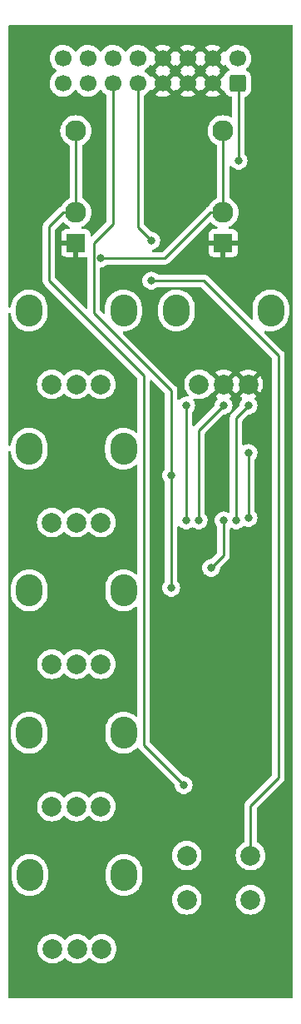
<source format=gbr>
%TF.GenerationSoftware,KiCad,Pcbnew,(6.0.0-0)*%
%TF.CreationDate,2022-12-14T00:02:14-05:00*%
%TF.ProjectId,ht-hat-cymbal-cowbell,68742d68-6174-42d6-9379-6d62616c2d63,rev?*%
%TF.SameCoordinates,Original*%
%TF.FileFunction,Copper,L1,Top*%
%TF.FilePolarity,Positive*%
%FSLAX46Y46*%
G04 Gerber Fmt 4.6, Leading zero omitted, Abs format (unit mm)*
G04 Created by KiCad (PCBNEW (6.0.0-0)) date 2022-12-14 00:02:14*
%MOMM*%
%LPD*%
G01*
G04 APERTURE LIST*
G04 Aperture macros list*
%AMRoundRect*
0 Rectangle with rounded corners*
0 $1 Rounding radius*
0 $2 $3 $4 $5 $6 $7 $8 $9 X,Y pos of 4 corners*
0 Add a 4 corners polygon primitive as box body*
4,1,4,$2,$3,$4,$5,$6,$7,$8,$9,$2,$3,0*
0 Add four circle primitives for the rounded corners*
1,1,$1+$1,$2,$3*
1,1,$1+$1,$4,$5*
1,1,$1+$1,$6,$7*
1,1,$1+$1,$8,$9*
0 Add four rect primitives between the rounded corners*
20,1,$1+$1,$2,$3,$4,$5,0*
20,1,$1+$1,$4,$5,$6,$7,0*
20,1,$1+$1,$6,$7,$8,$9,0*
20,1,$1+$1,$8,$9,$2,$3,0*%
G04 Aperture macros list end*
%TA.AperFunction,ComponentPad*%
%ADD10O,2.720000X3.240000*%
%TD*%
%TA.AperFunction,ComponentPad*%
%ADD11C,2.000000*%
%TD*%
%TA.AperFunction,ComponentPad*%
%ADD12R,1.930000X1.830000*%
%TD*%
%TA.AperFunction,ComponentPad*%
%ADD13C,2.130000*%
%TD*%
%TA.AperFunction,ComponentPad*%
%ADD14RoundRect,0.250000X0.600000X-0.600000X0.600000X0.600000X-0.600000X0.600000X-0.600000X-0.600000X0*%
%TD*%
%TA.AperFunction,ComponentPad*%
%ADD15C,1.700000*%
%TD*%
%TA.AperFunction,ViaPad*%
%ADD16C,0.800000*%
%TD*%
%TA.AperFunction,Conductor*%
%ADD17C,0.250000*%
%TD*%
G04 APERTURE END LIST*
D10*
%TO.P,RV3,*%
%TO.N,*%
X64226000Y-80589250D03*
X54626000Y-80589250D03*
D11*
%TO.P,RV3,1,1*%
%TO.N,Net-(C2-Pad2)*%
X56926000Y-88089250D03*
%TO.P,RV3,2,2*%
%TO.N,Net-(RV3-Pad2)*%
X59426000Y-88089250D03*
%TO.P,RV3,3,3*%
X61926000Y-88089250D03*
%TD*%
%TO.P,RV6,3,3*%
%TO.N,Net-(RV6-Pad2)*%
X61996000Y-131438000D03*
%TO.P,RV6,2,2*%
X59496000Y-131438000D03*
%TO.P,RV6,1,1*%
%TO.N,Net-(C5-Pad2)*%
X56996000Y-131438000D03*
D10*
%TO.P,RV6,*%
%TO.N,*%
X64296000Y-123938000D03*
X54696000Y-123938000D03*
%TD*%
%TO.P,RV1,*%
%TO.N,*%
X79226000Y-66534000D03*
X69626000Y-66534000D03*
D11*
%TO.P,RV1,1,1*%
%TO.N,Net-(R6-Pad1)*%
X71926000Y-74034000D03*
%TO.P,RV1,2,2*%
%TO.N,GND*%
X74426000Y-74034000D03*
%TO.P,RV1,3,3*%
X76926000Y-74034000D03*
%TD*%
D12*
%TO.P,J1,G*%
%TO.N,GND*%
X59366000Y-59660000D03*
D13*
%TO.P,J1,S*%
%TO.N,TRIGGER*%
X59366000Y-56560000D03*
%TO.P,J1,T*%
X59366000Y-48260000D03*
%TD*%
D10*
%TO.P,RV2,*%
%TO.N,*%
X64226000Y-66534000D03*
X54626000Y-66534000D03*
D11*
%TO.P,RV2,1,1*%
%TO.N,Net-(C1-Pad2)*%
X56926000Y-74034000D03*
%TO.P,RV2,2,2*%
%TO.N,Net-(RV2-Pad2)*%
X59426000Y-74034000D03*
%TO.P,RV2,3,3*%
X61926000Y-74034000D03*
%TD*%
%TO.P,SW1,1,1*%
%TO.N,+12V*%
X77164000Y-121956000D03*
X70664000Y-121956000D03*
%TO.P,SW1,2,2*%
%TO.N,Net-(C7-Pad1)*%
X70664000Y-126456000D03*
X77164000Y-126456000D03*
%TD*%
D10*
%TO.P,RV4,*%
%TO.N,*%
X64236000Y-94999000D03*
X54636000Y-94999000D03*
D11*
%TO.P,RV4,1,1*%
%TO.N,Net-(C3-Pad2)*%
X56936000Y-102499000D03*
%TO.P,RV4,2,2*%
%TO.N,Net-(RV4-Pad2)*%
X59436000Y-102499000D03*
%TO.P,RV4,3,3*%
X61936000Y-102499000D03*
%TD*%
D10*
%TO.P,RV5,*%
%TO.N,*%
X54636000Y-109477000D03*
X64236000Y-109477000D03*
D11*
%TO.P,RV5,1,1*%
%TO.N,Net-(C4-Pad2)*%
X56936000Y-116977000D03*
%TO.P,RV5,2,2*%
%TO.N,Net-(RV5-Pad2)*%
X59436000Y-116977000D03*
%TO.P,RV5,3,3*%
X61936000Y-116977000D03*
%TD*%
D12*
%TO.P,J2,G*%
%TO.N,GND*%
X74366000Y-59660000D03*
D13*
%TO.P,J2,S*%
%TO.N,OUT*%
X74366000Y-56560000D03*
%TO.P,J2,T*%
X74366000Y-48260000D03*
%TD*%
D14*
%TO.P,U1,1,-12V*%
%TO.N,-12V*%
X75848000Y-43434000D03*
D15*
X75848000Y-40894000D03*
%TO.P,U1,2,GND*%
%TO.N,GND*%
X73320000Y-40894000D03*
X73308000Y-43434000D03*
%TO.P,U1,3,GND*%
X70780000Y-40894000D03*
X70768000Y-43434000D03*
%TO.P,U1,4,GND*%
X68240000Y-40894000D03*
X68228000Y-43434000D03*
%TO.P,U1,5,12V*%
%TO.N,+12V*%
X65700000Y-40894000D03*
X65688000Y-43434000D03*
%TO.P,U1,6,5V*%
%TO.N,+5V*%
X63148000Y-43434000D03*
X63160000Y-40894000D03*
%TO.P,U1,7,CV*%
%TO.N,unconnected-(U1-Pad7)*%
X60620000Y-40894000D03*
X60608000Y-43434000D03*
%TO.P,U1,8,GATE*%
%TO.N,unconnected-(U1-Pad8)*%
X58080000Y-40894000D03*
X58068000Y-43434000D03*
%TD*%
D16*
%TO.N,+12V*%
X67056000Y-63500000D03*
%TO.N,GND*%
X61976000Y-128524000D03*
X61722000Y-114300000D03*
X60452000Y-98298000D03*
X61722000Y-85344000D03*
%TO.N,+5V*%
X69088000Y-94742000D03*
X69088000Y-83312000D03*
%TO.N,TRIGGER*%
X70358000Y-114808000D03*
%TO.N,+12V*%
X67056000Y-59436000D03*
%TO.N,OUT*%
X61938500Y-61214000D03*
%TO.N,-12V*%
X75946000Y-51308000D03*
%TO.N,Net-(RV5-Pad2)*%
X76962000Y-87630000D03*
X76962000Y-81026000D03*
%TO.N,Net-(RV4-Pad2)*%
X75692000Y-87884000D03*
X76962000Y-76200000D03*
%TO.N,Net-(U5-Pad12)*%
X74422000Y-87884000D03*
X73152000Y-92710000D03*
%TO.N,Net-(RV3-Pad2)*%
X71882000Y-87884000D03*
X74422000Y-76200000D03*
%TO.N,Net-(RV2-Pad2)*%
X70612000Y-87884000D03*
X70612000Y-76200000D03*
%TD*%
D17*
%TO.N,OUT*%
X74366000Y-48260000D02*
X74366000Y-56560000D01*
X74366000Y-56560000D02*
X73096000Y-56560000D01*
X73096000Y-56560000D02*
X68442000Y-61214000D01*
X68442000Y-61214000D02*
X61938500Y-61214000D01*
%TO.N,TRIGGER*%
X56642000Y-63500000D02*
X66294000Y-73152000D01*
X59366000Y-48260000D02*
X59366000Y-56560000D01*
X58096000Y-56560000D02*
X56642000Y-58014000D01*
X59366000Y-56560000D02*
X58096000Y-56560000D01*
X56642000Y-58014000D02*
X56642000Y-63500000D01*
X66294000Y-73152000D02*
X66294000Y-110744000D01*
X66294000Y-110744000D02*
X70358000Y-114808000D01*
%TO.N,+12V*%
X77164000Y-121956000D02*
X77164000Y-116892000D01*
X72390000Y-63500000D02*
X67056000Y-63500000D01*
X77164000Y-116892000D02*
X80010000Y-114046000D01*
X80010000Y-114046000D02*
X80010000Y-71120000D01*
X80010000Y-71120000D02*
X72390000Y-63500000D01*
%TO.N,-12V*%
X75848000Y-43434000D02*
X75946000Y-43532000D01*
X75946000Y-43532000D02*
X75946000Y-51308000D01*
%TO.N,+12V*%
X67056000Y-59436000D02*
X65688000Y-58068000D01*
X65688000Y-58068000D02*
X65688000Y-43434000D01*
%TO.N,+5V*%
X63148000Y-43434000D02*
X63148000Y-57756000D01*
X63148000Y-57756000D02*
X61214000Y-59690000D01*
X61214000Y-59690000D02*
X61214000Y-66802000D01*
X61214000Y-66802000D02*
X69088000Y-74676000D01*
X69088000Y-74676000D02*
X69088000Y-83312000D01*
X69088000Y-94742000D02*
X69088000Y-83312000D01*
%TO.N,Net-(RV5-Pad2)*%
X76962000Y-87630000D02*
X76962000Y-81026000D01*
%TO.N,Net-(RV4-Pad2)*%
X75692000Y-87884000D02*
X75692000Y-77470000D01*
X75692000Y-77470000D02*
X76962000Y-76200000D01*
%TO.N,Net-(U5-Pad12)*%
X74422000Y-87884000D02*
X74422000Y-91440000D01*
X74422000Y-91440000D02*
X73152000Y-92710000D01*
%TO.N,Net-(RV3-Pad2)*%
X71882000Y-87884000D02*
X71882000Y-78740000D01*
X71882000Y-78740000D02*
X74422000Y-76200000D01*
%TO.N,Net-(RV2-Pad2)*%
X70612000Y-87884000D02*
X70612000Y-76200000D01*
%TD*%
%TA.AperFunction,Conductor*%
%TO.N,GND*%
G36*
X81434121Y-37528002D02*
G01*
X81480614Y-37581658D01*
X81492000Y-37634000D01*
X81492000Y-136366000D01*
X81471998Y-136434121D01*
X81418342Y-136480614D01*
X81366000Y-136492000D01*
X52634000Y-136492000D01*
X52565879Y-136471998D01*
X52519386Y-136418342D01*
X52508000Y-136366000D01*
X52508000Y-131438000D01*
X55482835Y-131438000D01*
X55501465Y-131674711D01*
X55556895Y-131905594D01*
X55647760Y-132124963D01*
X55650346Y-132129183D01*
X55769241Y-132323202D01*
X55769245Y-132323208D01*
X55771824Y-132327416D01*
X55926031Y-132507969D01*
X56106584Y-132662176D01*
X56110792Y-132664755D01*
X56110798Y-132664759D01*
X56304817Y-132783654D01*
X56309037Y-132786240D01*
X56313607Y-132788133D01*
X56313611Y-132788135D01*
X56523833Y-132875211D01*
X56528406Y-132877105D01*
X56608609Y-132896360D01*
X56754476Y-132931380D01*
X56754482Y-132931381D01*
X56759289Y-132932535D01*
X56996000Y-132951165D01*
X57232711Y-132932535D01*
X57237518Y-132931381D01*
X57237524Y-132931380D01*
X57383391Y-132896360D01*
X57463594Y-132877105D01*
X57468167Y-132875211D01*
X57678389Y-132788135D01*
X57678393Y-132788133D01*
X57682963Y-132786240D01*
X57687183Y-132783654D01*
X57881202Y-132664759D01*
X57881208Y-132664755D01*
X57885416Y-132662176D01*
X58065969Y-132507969D01*
X58069177Y-132504213D01*
X58069182Y-132504208D01*
X58150189Y-132409361D01*
X58209639Y-132370551D01*
X58280634Y-132370045D01*
X58341811Y-132409361D01*
X58422818Y-132504208D01*
X58422823Y-132504213D01*
X58426031Y-132507969D01*
X58606584Y-132662176D01*
X58610792Y-132664755D01*
X58610798Y-132664759D01*
X58804817Y-132783654D01*
X58809037Y-132786240D01*
X58813607Y-132788133D01*
X58813611Y-132788135D01*
X59023833Y-132875211D01*
X59028406Y-132877105D01*
X59108609Y-132896360D01*
X59254476Y-132931380D01*
X59254482Y-132931381D01*
X59259289Y-132932535D01*
X59496000Y-132951165D01*
X59732711Y-132932535D01*
X59737518Y-132931381D01*
X59737524Y-132931380D01*
X59883391Y-132896360D01*
X59963594Y-132877105D01*
X59968167Y-132875211D01*
X60178389Y-132788135D01*
X60178393Y-132788133D01*
X60182963Y-132786240D01*
X60187183Y-132783654D01*
X60381202Y-132664759D01*
X60381208Y-132664755D01*
X60385416Y-132662176D01*
X60565969Y-132507969D01*
X60569177Y-132504213D01*
X60569182Y-132504208D01*
X60650189Y-132409361D01*
X60709639Y-132370551D01*
X60780634Y-132370045D01*
X60841811Y-132409361D01*
X60922818Y-132504208D01*
X60922823Y-132504213D01*
X60926031Y-132507969D01*
X61106584Y-132662176D01*
X61110792Y-132664755D01*
X61110798Y-132664759D01*
X61304817Y-132783654D01*
X61309037Y-132786240D01*
X61313607Y-132788133D01*
X61313611Y-132788135D01*
X61523833Y-132875211D01*
X61528406Y-132877105D01*
X61608609Y-132896360D01*
X61754476Y-132931380D01*
X61754482Y-132931381D01*
X61759289Y-132932535D01*
X61996000Y-132951165D01*
X62232711Y-132932535D01*
X62237518Y-132931381D01*
X62237524Y-132931380D01*
X62383391Y-132896360D01*
X62463594Y-132877105D01*
X62468167Y-132875211D01*
X62678389Y-132788135D01*
X62678393Y-132788133D01*
X62682963Y-132786240D01*
X62687183Y-132783654D01*
X62881202Y-132664759D01*
X62881208Y-132664755D01*
X62885416Y-132662176D01*
X63065969Y-132507969D01*
X63220176Y-132327416D01*
X63222755Y-132323208D01*
X63222759Y-132323202D01*
X63341654Y-132129183D01*
X63344240Y-132124963D01*
X63435105Y-131905594D01*
X63490535Y-131674711D01*
X63509165Y-131438000D01*
X63490535Y-131201289D01*
X63435105Y-130970406D01*
X63344240Y-130751037D01*
X63341654Y-130746817D01*
X63222759Y-130552798D01*
X63222755Y-130552792D01*
X63220176Y-130548584D01*
X63065969Y-130368031D01*
X62885416Y-130213824D01*
X62881208Y-130211245D01*
X62881202Y-130211241D01*
X62687183Y-130092346D01*
X62682963Y-130089760D01*
X62678393Y-130087867D01*
X62678389Y-130087865D01*
X62468167Y-130000789D01*
X62468165Y-130000788D01*
X62463594Y-129998895D01*
X62383391Y-129979640D01*
X62237524Y-129944620D01*
X62237518Y-129944619D01*
X62232711Y-129943465D01*
X61996000Y-129924835D01*
X61759289Y-129943465D01*
X61754482Y-129944619D01*
X61754476Y-129944620D01*
X61608609Y-129979640D01*
X61528406Y-129998895D01*
X61523835Y-130000788D01*
X61523833Y-130000789D01*
X61313611Y-130087865D01*
X61313607Y-130087867D01*
X61309037Y-130089760D01*
X61304817Y-130092346D01*
X61110798Y-130211241D01*
X61110792Y-130211245D01*
X61106584Y-130213824D01*
X60926031Y-130368031D01*
X60922823Y-130371787D01*
X60922818Y-130371792D01*
X60841811Y-130466639D01*
X60782361Y-130505449D01*
X60711366Y-130505955D01*
X60650189Y-130466639D01*
X60569182Y-130371792D01*
X60569177Y-130371787D01*
X60565969Y-130368031D01*
X60385416Y-130213824D01*
X60381208Y-130211245D01*
X60381202Y-130211241D01*
X60187183Y-130092346D01*
X60182963Y-130089760D01*
X60178393Y-130087867D01*
X60178389Y-130087865D01*
X59968167Y-130000789D01*
X59968165Y-130000788D01*
X59963594Y-129998895D01*
X59883391Y-129979640D01*
X59737524Y-129944620D01*
X59737518Y-129944619D01*
X59732711Y-129943465D01*
X59496000Y-129924835D01*
X59259289Y-129943465D01*
X59254482Y-129944619D01*
X59254476Y-129944620D01*
X59108609Y-129979640D01*
X59028406Y-129998895D01*
X59023835Y-130000788D01*
X59023833Y-130000789D01*
X58813611Y-130087865D01*
X58813607Y-130087867D01*
X58809037Y-130089760D01*
X58804817Y-130092346D01*
X58610798Y-130211241D01*
X58610792Y-130211245D01*
X58606584Y-130213824D01*
X58426031Y-130368031D01*
X58422823Y-130371787D01*
X58422818Y-130371792D01*
X58341811Y-130466639D01*
X58282361Y-130505449D01*
X58211366Y-130505955D01*
X58150189Y-130466639D01*
X58069182Y-130371792D01*
X58069177Y-130371787D01*
X58065969Y-130368031D01*
X57885416Y-130213824D01*
X57881208Y-130211245D01*
X57881202Y-130211241D01*
X57687183Y-130092346D01*
X57682963Y-130089760D01*
X57678393Y-130087867D01*
X57678389Y-130087865D01*
X57468167Y-130000789D01*
X57468165Y-130000788D01*
X57463594Y-129998895D01*
X57383391Y-129979640D01*
X57237524Y-129944620D01*
X57237518Y-129944619D01*
X57232711Y-129943465D01*
X56996000Y-129924835D01*
X56759289Y-129943465D01*
X56754482Y-129944619D01*
X56754476Y-129944620D01*
X56608609Y-129979640D01*
X56528406Y-129998895D01*
X56523835Y-130000788D01*
X56523833Y-130000789D01*
X56313611Y-130087865D01*
X56313607Y-130087867D01*
X56309037Y-130089760D01*
X56304817Y-130092346D01*
X56110798Y-130211241D01*
X56110792Y-130211245D01*
X56106584Y-130213824D01*
X55926031Y-130368031D01*
X55771824Y-130548584D01*
X55769245Y-130552792D01*
X55769241Y-130552798D01*
X55650346Y-130746817D01*
X55647760Y-130751037D01*
X55556895Y-130970406D01*
X55501465Y-131201289D01*
X55482835Y-131438000D01*
X52508000Y-131438000D01*
X52508000Y-126456000D01*
X69150835Y-126456000D01*
X69169465Y-126692711D01*
X69224895Y-126923594D01*
X69315760Y-127142963D01*
X69318346Y-127147183D01*
X69437241Y-127341202D01*
X69437245Y-127341208D01*
X69439824Y-127345416D01*
X69594031Y-127525969D01*
X69774584Y-127680176D01*
X69778792Y-127682755D01*
X69778798Y-127682759D01*
X69972817Y-127801654D01*
X69977037Y-127804240D01*
X69981607Y-127806133D01*
X69981611Y-127806135D01*
X70191833Y-127893211D01*
X70196406Y-127895105D01*
X70276609Y-127914360D01*
X70422476Y-127949380D01*
X70422482Y-127949381D01*
X70427289Y-127950535D01*
X70664000Y-127969165D01*
X70900711Y-127950535D01*
X70905518Y-127949381D01*
X70905524Y-127949380D01*
X71051391Y-127914360D01*
X71131594Y-127895105D01*
X71136167Y-127893211D01*
X71346389Y-127806135D01*
X71346393Y-127806133D01*
X71350963Y-127804240D01*
X71355183Y-127801654D01*
X71549202Y-127682759D01*
X71549208Y-127682755D01*
X71553416Y-127680176D01*
X71733969Y-127525969D01*
X71888176Y-127345416D01*
X71890755Y-127341208D01*
X71890759Y-127341202D01*
X72009654Y-127147183D01*
X72012240Y-127142963D01*
X72103105Y-126923594D01*
X72158535Y-126692711D01*
X72177165Y-126456000D01*
X75650835Y-126456000D01*
X75669465Y-126692711D01*
X75724895Y-126923594D01*
X75815760Y-127142963D01*
X75818346Y-127147183D01*
X75937241Y-127341202D01*
X75937245Y-127341208D01*
X75939824Y-127345416D01*
X76094031Y-127525969D01*
X76274584Y-127680176D01*
X76278792Y-127682755D01*
X76278798Y-127682759D01*
X76472817Y-127801654D01*
X76477037Y-127804240D01*
X76481607Y-127806133D01*
X76481611Y-127806135D01*
X76691833Y-127893211D01*
X76696406Y-127895105D01*
X76776609Y-127914360D01*
X76922476Y-127949380D01*
X76922482Y-127949381D01*
X76927289Y-127950535D01*
X77164000Y-127969165D01*
X77400711Y-127950535D01*
X77405518Y-127949381D01*
X77405524Y-127949380D01*
X77551391Y-127914360D01*
X77631594Y-127895105D01*
X77636167Y-127893211D01*
X77846389Y-127806135D01*
X77846393Y-127806133D01*
X77850963Y-127804240D01*
X77855183Y-127801654D01*
X78049202Y-127682759D01*
X78049208Y-127682755D01*
X78053416Y-127680176D01*
X78233969Y-127525969D01*
X78388176Y-127345416D01*
X78390755Y-127341208D01*
X78390759Y-127341202D01*
X78509654Y-127147183D01*
X78512240Y-127142963D01*
X78603105Y-126923594D01*
X78658535Y-126692711D01*
X78677165Y-126456000D01*
X78658535Y-126219289D01*
X78603105Y-125988406D01*
X78601211Y-125983833D01*
X78514135Y-125773611D01*
X78514133Y-125773607D01*
X78512240Y-125769037D01*
X78493923Y-125739146D01*
X78390759Y-125570798D01*
X78390755Y-125570792D01*
X78388176Y-125566584D01*
X78233969Y-125386031D01*
X78053416Y-125231824D01*
X78049208Y-125229245D01*
X78049202Y-125229241D01*
X77855183Y-125110346D01*
X77850963Y-125107760D01*
X77846393Y-125105867D01*
X77846389Y-125105865D01*
X77636167Y-125018789D01*
X77636165Y-125018788D01*
X77631594Y-125016895D01*
X77551391Y-124997640D01*
X77405524Y-124962620D01*
X77405518Y-124962619D01*
X77400711Y-124961465D01*
X77164000Y-124942835D01*
X76927289Y-124961465D01*
X76922482Y-124962619D01*
X76922476Y-124962620D01*
X76776609Y-124997640D01*
X76696406Y-125016895D01*
X76691835Y-125018788D01*
X76691833Y-125018789D01*
X76481611Y-125105865D01*
X76481607Y-125105867D01*
X76477037Y-125107760D01*
X76472817Y-125110346D01*
X76278798Y-125229241D01*
X76278792Y-125229245D01*
X76274584Y-125231824D01*
X76094031Y-125386031D01*
X75939824Y-125566584D01*
X75937245Y-125570792D01*
X75937241Y-125570798D01*
X75834077Y-125739146D01*
X75815760Y-125769037D01*
X75813867Y-125773607D01*
X75813865Y-125773611D01*
X75726789Y-125983833D01*
X75724895Y-125988406D01*
X75669465Y-126219289D01*
X75650835Y-126456000D01*
X72177165Y-126456000D01*
X72158535Y-126219289D01*
X72103105Y-125988406D01*
X72101211Y-125983833D01*
X72014135Y-125773611D01*
X72014133Y-125773607D01*
X72012240Y-125769037D01*
X71993923Y-125739146D01*
X71890759Y-125570798D01*
X71890755Y-125570792D01*
X71888176Y-125566584D01*
X71733969Y-125386031D01*
X71553416Y-125231824D01*
X71549208Y-125229245D01*
X71549202Y-125229241D01*
X71355183Y-125110346D01*
X71350963Y-125107760D01*
X71346393Y-125105867D01*
X71346389Y-125105865D01*
X71136167Y-125018789D01*
X71136165Y-125018788D01*
X71131594Y-125016895D01*
X71051391Y-124997640D01*
X70905524Y-124962620D01*
X70905518Y-124962619D01*
X70900711Y-124961465D01*
X70664000Y-124942835D01*
X70427289Y-124961465D01*
X70422482Y-124962619D01*
X70422476Y-124962620D01*
X70276609Y-124997640D01*
X70196406Y-125016895D01*
X70191835Y-125018788D01*
X70191833Y-125018789D01*
X69981611Y-125105865D01*
X69981607Y-125105867D01*
X69977037Y-125107760D01*
X69972817Y-125110346D01*
X69778798Y-125229241D01*
X69778792Y-125229245D01*
X69774584Y-125231824D01*
X69594031Y-125386031D01*
X69439824Y-125566584D01*
X69437245Y-125570792D01*
X69437241Y-125570798D01*
X69334077Y-125739146D01*
X69315760Y-125769037D01*
X69313867Y-125773607D01*
X69313865Y-125773611D01*
X69226789Y-125983833D01*
X69224895Y-125988406D01*
X69169465Y-126219289D01*
X69150835Y-126456000D01*
X52508000Y-126456000D01*
X52508000Y-124266884D01*
X52827500Y-124266884D01*
X52827665Y-124269152D01*
X52827665Y-124269164D01*
X52835725Y-124380238D01*
X52842125Y-124468451D01*
X52843109Y-124472906D01*
X52843109Y-124472909D01*
X52882482Y-124651240D01*
X52900585Y-124733237D01*
X52902203Y-124737507D01*
X52987053Y-124961465D01*
X52996655Y-124986810D01*
X53128324Y-125223859D01*
X53134403Y-125231824D01*
X53254957Y-125389787D01*
X53292833Y-125439417D01*
X53486736Y-125628970D01*
X53705972Y-125788547D01*
X53945947Y-125914804D01*
X53950248Y-125916323D01*
X53950253Y-125916325D01*
X54083087Y-125963233D01*
X54201634Y-126005096D01*
X54299653Y-126024415D01*
X54463206Y-126056652D01*
X54463212Y-126056653D01*
X54467678Y-126057533D01*
X54472232Y-126057760D01*
X54472234Y-126057760D01*
X54733936Y-126070789D01*
X54733942Y-126070789D01*
X54738505Y-126071016D01*
X55008441Y-126045262D01*
X55012870Y-126044178D01*
X55012877Y-126044177D01*
X55172584Y-126005096D01*
X55271832Y-125980810D01*
X55431039Y-125916325D01*
X55518931Y-125880725D01*
X55518932Y-125880725D01*
X55523160Y-125879012D01*
X55757161Y-125741999D01*
X55968932Y-125572641D01*
X56090399Y-125442612D01*
X56150921Y-125377824D01*
X56150923Y-125377821D01*
X56154037Y-125374488D01*
X56308598Y-125151688D01*
X56310627Y-125147610D01*
X56427346Y-124912997D01*
X56427347Y-124912994D01*
X56429379Y-124908910D01*
X56513847Y-124651240D01*
X56560235Y-124384075D01*
X56564500Y-124298400D01*
X56564500Y-124266884D01*
X62427500Y-124266884D01*
X62427665Y-124269152D01*
X62427665Y-124269164D01*
X62435725Y-124380238D01*
X62442125Y-124468451D01*
X62443109Y-124472906D01*
X62443109Y-124472909D01*
X62482482Y-124651240D01*
X62500585Y-124733237D01*
X62502203Y-124737507D01*
X62587053Y-124961465D01*
X62596655Y-124986810D01*
X62728324Y-125223859D01*
X62734403Y-125231824D01*
X62854957Y-125389787D01*
X62892833Y-125439417D01*
X63086736Y-125628970D01*
X63305972Y-125788547D01*
X63545947Y-125914804D01*
X63550248Y-125916323D01*
X63550253Y-125916325D01*
X63683087Y-125963233D01*
X63801634Y-126005096D01*
X63899653Y-126024415D01*
X64063206Y-126056652D01*
X64063212Y-126056653D01*
X64067678Y-126057533D01*
X64072232Y-126057760D01*
X64072234Y-126057760D01*
X64333936Y-126070789D01*
X64333942Y-126070789D01*
X64338505Y-126071016D01*
X64608441Y-126045262D01*
X64612870Y-126044178D01*
X64612877Y-126044177D01*
X64772584Y-126005096D01*
X64871832Y-125980810D01*
X65031039Y-125916325D01*
X65118931Y-125880725D01*
X65118932Y-125880725D01*
X65123160Y-125879012D01*
X65357161Y-125741999D01*
X65568932Y-125572641D01*
X65690399Y-125442612D01*
X65750921Y-125377824D01*
X65750923Y-125377821D01*
X65754037Y-125374488D01*
X65908598Y-125151688D01*
X65910627Y-125147610D01*
X66027346Y-124912997D01*
X66027347Y-124912994D01*
X66029379Y-124908910D01*
X66113847Y-124651240D01*
X66160235Y-124384075D01*
X66164500Y-124298400D01*
X66164500Y-123609116D01*
X66162328Y-123579170D01*
X66150205Y-123412100D01*
X66149875Y-123407549D01*
X66147128Y-123395105D01*
X66092400Y-123147223D01*
X66092399Y-123147219D01*
X66091415Y-123142763D01*
X65995345Y-122889190D01*
X65863676Y-122652141D01*
X65699167Y-122436583D01*
X65680958Y-122418782D01*
X65508531Y-122250224D01*
X65505264Y-122247030D01*
X65430638Y-122192711D01*
X65289721Y-122090141D01*
X65286028Y-122087453D01*
X65046053Y-121961196D01*
X65041752Y-121959677D01*
X65041747Y-121959675D01*
X65031340Y-121956000D01*
X69150835Y-121956000D01*
X69169465Y-122192711D01*
X69170619Y-122197518D01*
X69170620Y-122197524D01*
X69195344Y-122300507D01*
X69224895Y-122423594D01*
X69226788Y-122428165D01*
X69226789Y-122428167D01*
X69255788Y-122498176D01*
X69315760Y-122642963D01*
X69318346Y-122647183D01*
X69437241Y-122841202D01*
X69437245Y-122841208D01*
X69439824Y-122845416D01*
X69594031Y-123025969D01*
X69774584Y-123180176D01*
X69778792Y-123182755D01*
X69778798Y-123182759D01*
X69854668Y-123229252D01*
X69977037Y-123304240D01*
X69981607Y-123306133D01*
X69981611Y-123306135D01*
X70191833Y-123393211D01*
X70196406Y-123395105D01*
X70276609Y-123414360D01*
X70422476Y-123449380D01*
X70422482Y-123449381D01*
X70427289Y-123450535D01*
X70664000Y-123469165D01*
X70900711Y-123450535D01*
X70905518Y-123449381D01*
X70905524Y-123449380D01*
X71051391Y-123414360D01*
X71131594Y-123395105D01*
X71136167Y-123393211D01*
X71346389Y-123306135D01*
X71346393Y-123306133D01*
X71350963Y-123304240D01*
X71473332Y-123229252D01*
X71549202Y-123182759D01*
X71549208Y-123182755D01*
X71553416Y-123180176D01*
X71733969Y-123025969D01*
X71888176Y-122845416D01*
X71890755Y-122841208D01*
X71890759Y-122841202D01*
X72009654Y-122647183D01*
X72012240Y-122642963D01*
X72072213Y-122498176D01*
X72101211Y-122428167D01*
X72101212Y-122428165D01*
X72103105Y-122423594D01*
X72132656Y-122300507D01*
X72157380Y-122197524D01*
X72157381Y-122197518D01*
X72158535Y-122192711D01*
X72177165Y-121956000D01*
X72158535Y-121719289D01*
X72103105Y-121488406D01*
X72012240Y-121269037D01*
X72009654Y-121264817D01*
X71890759Y-121070798D01*
X71890755Y-121070792D01*
X71888176Y-121066584D01*
X71733969Y-120886031D01*
X71553416Y-120731824D01*
X71549208Y-120729245D01*
X71549202Y-120729241D01*
X71355183Y-120610346D01*
X71350963Y-120607760D01*
X71346393Y-120605867D01*
X71346389Y-120605865D01*
X71136167Y-120518789D01*
X71136165Y-120518788D01*
X71131594Y-120516895D01*
X71051391Y-120497640D01*
X70905524Y-120462620D01*
X70905518Y-120462619D01*
X70900711Y-120461465D01*
X70664000Y-120442835D01*
X70427289Y-120461465D01*
X70422482Y-120462619D01*
X70422476Y-120462620D01*
X70276609Y-120497640D01*
X70196406Y-120516895D01*
X70191835Y-120518788D01*
X70191833Y-120518789D01*
X69981611Y-120605865D01*
X69981607Y-120605867D01*
X69977037Y-120607760D01*
X69972817Y-120610346D01*
X69778798Y-120729241D01*
X69778792Y-120729245D01*
X69774584Y-120731824D01*
X69594031Y-120886031D01*
X69439824Y-121066584D01*
X69437245Y-121070792D01*
X69437241Y-121070798D01*
X69318346Y-121264817D01*
X69315760Y-121269037D01*
X69224895Y-121488406D01*
X69169465Y-121719289D01*
X69150835Y-121956000D01*
X65031340Y-121956000D01*
X64863998Y-121896906D01*
X64790366Y-121870904D01*
X64692347Y-121851585D01*
X64528794Y-121819348D01*
X64528788Y-121819347D01*
X64524322Y-121818467D01*
X64519768Y-121818240D01*
X64519766Y-121818240D01*
X64258064Y-121805211D01*
X64258058Y-121805211D01*
X64253495Y-121804984D01*
X63983559Y-121830738D01*
X63979130Y-121831822D01*
X63979123Y-121831823D01*
X63849069Y-121863648D01*
X63720168Y-121895190D01*
X63715933Y-121896905D01*
X63715931Y-121896906D01*
X63473069Y-121995275D01*
X63468840Y-121996988D01*
X63234839Y-122134001D01*
X63023068Y-122303359D01*
X63019947Y-122306700D01*
X62895224Y-122440215D01*
X62837963Y-122501512D01*
X62683402Y-122724312D01*
X62681374Y-122728388D01*
X62681373Y-122728390D01*
X62599252Y-122893460D01*
X62562621Y-122967090D01*
X62478153Y-123224760D01*
X62477373Y-123229251D01*
X62477373Y-123229252D01*
X62435717Y-123469165D01*
X62431765Y-123491925D01*
X62427500Y-123577600D01*
X62427500Y-124266884D01*
X56564500Y-124266884D01*
X56564500Y-123609116D01*
X56562328Y-123579170D01*
X56550205Y-123412100D01*
X56549875Y-123407549D01*
X56547128Y-123395105D01*
X56492400Y-123147223D01*
X56492399Y-123147219D01*
X56491415Y-123142763D01*
X56395345Y-122889190D01*
X56263676Y-122652141D01*
X56099167Y-122436583D01*
X56080958Y-122418782D01*
X55908531Y-122250224D01*
X55905264Y-122247030D01*
X55830638Y-122192711D01*
X55689721Y-122090141D01*
X55686028Y-122087453D01*
X55446053Y-121961196D01*
X55441752Y-121959677D01*
X55441747Y-121959675D01*
X55263998Y-121896906D01*
X55190366Y-121870904D01*
X55092347Y-121851585D01*
X54928794Y-121819348D01*
X54928788Y-121819347D01*
X54924322Y-121818467D01*
X54919768Y-121818240D01*
X54919766Y-121818240D01*
X54658064Y-121805211D01*
X54658058Y-121805211D01*
X54653495Y-121804984D01*
X54383559Y-121830738D01*
X54379130Y-121831822D01*
X54379123Y-121831823D01*
X54249069Y-121863648D01*
X54120168Y-121895190D01*
X54115933Y-121896905D01*
X54115931Y-121896906D01*
X53873069Y-121995275D01*
X53868840Y-121996988D01*
X53634839Y-122134001D01*
X53423068Y-122303359D01*
X53419947Y-122306700D01*
X53295224Y-122440215D01*
X53237963Y-122501512D01*
X53083402Y-122724312D01*
X53081374Y-122728388D01*
X53081373Y-122728390D01*
X52999252Y-122893460D01*
X52962621Y-122967090D01*
X52878153Y-123224760D01*
X52877373Y-123229251D01*
X52877373Y-123229252D01*
X52835717Y-123469165D01*
X52831765Y-123491925D01*
X52827500Y-123577600D01*
X52827500Y-124266884D01*
X52508000Y-124266884D01*
X52508000Y-116977000D01*
X55422835Y-116977000D01*
X55441465Y-117213711D01*
X55496895Y-117444594D01*
X55587760Y-117663963D01*
X55590346Y-117668183D01*
X55709241Y-117862202D01*
X55709245Y-117862208D01*
X55711824Y-117866416D01*
X55866031Y-118046969D01*
X56046584Y-118201176D01*
X56050792Y-118203755D01*
X56050798Y-118203759D01*
X56244817Y-118322654D01*
X56249037Y-118325240D01*
X56253607Y-118327133D01*
X56253611Y-118327135D01*
X56463833Y-118414211D01*
X56468406Y-118416105D01*
X56548609Y-118435360D01*
X56694476Y-118470380D01*
X56694482Y-118470381D01*
X56699289Y-118471535D01*
X56936000Y-118490165D01*
X57172711Y-118471535D01*
X57177518Y-118470381D01*
X57177524Y-118470380D01*
X57323391Y-118435360D01*
X57403594Y-118416105D01*
X57408167Y-118414211D01*
X57618389Y-118327135D01*
X57618393Y-118327133D01*
X57622963Y-118325240D01*
X57627183Y-118322654D01*
X57821202Y-118203759D01*
X57821208Y-118203755D01*
X57825416Y-118201176D01*
X58005969Y-118046969D01*
X58009177Y-118043213D01*
X58009182Y-118043208D01*
X58090189Y-117948361D01*
X58149639Y-117909551D01*
X58220634Y-117909045D01*
X58281811Y-117948361D01*
X58362818Y-118043208D01*
X58362823Y-118043213D01*
X58366031Y-118046969D01*
X58546584Y-118201176D01*
X58550792Y-118203755D01*
X58550798Y-118203759D01*
X58744817Y-118322654D01*
X58749037Y-118325240D01*
X58753607Y-118327133D01*
X58753611Y-118327135D01*
X58963833Y-118414211D01*
X58968406Y-118416105D01*
X59048609Y-118435360D01*
X59194476Y-118470380D01*
X59194482Y-118470381D01*
X59199289Y-118471535D01*
X59436000Y-118490165D01*
X59672711Y-118471535D01*
X59677518Y-118470381D01*
X59677524Y-118470380D01*
X59823391Y-118435360D01*
X59903594Y-118416105D01*
X59908167Y-118414211D01*
X60118389Y-118327135D01*
X60118393Y-118327133D01*
X60122963Y-118325240D01*
X60127183Y-118322654D01*
X60321202Y-118203759D01*
X60321208Y-118203755D01*
X60325416Y-118201176D01*
X60505969Y-118046969D01*
X60509177Y-118043213D01*
X60509182Y-118043208D01*
X60590189Y-117948361D01*
X60649639Y-117909551D01*
X60720634Y-117909045D01*
X60781811Y-117948361D01*
X60862818Y-118043208D01*
X60862823Y-118043213D01*
X60866031Y-118046969D01*
X61046584Y-118201176D01*
X61050792Y-118203755D01*
X61050798Y-118203759D01*
X61244817Y-118322654D01*
X61249037Y-118325240D01*
X61253607Y-118327133D01*
X61253611Y-118327135D01*
X61463833Y-118414211D01*
X61468406Y-118416105D01*
X61548609Y-118435360D01*
X61694476Y-118470380D01*
X61694482Y-118470381D01*
X61699289Y-118471535D01*
X61936000Y-118490165D01*
X62172711Y-118471535D01*
X62177518Y-118470381D01*
X62177524Y-118470380D01*
X62323391Y-118435360D01*
X62403594Y-118416105D01*
X62408167Y-118414211D01*
X62618389Y-118327135D01*
X62618393Y-118327133D01*
X62622963Y-118325240D01*
X62627183Y-118322654D01*
X62821202Y-118203759D01*
X62821208Y-118203755D01*
X62825416Y-118201176D01*
X63005969Y-118046969D01*
X63160176Y-117866416D01*
X63162755Y-117862208D01*
X63162759Y-117862202D01*
X63281654Y-117668183D01*
X63284240Y-117663963D01*
X63375105Y-117444594D01*
X63430535Y-117213711D01*
X63449165Y-116977000D01*
X63430535Y-116740289D01*
X63426070Y-116721688D01*
X63387419Y-116560699D01*
X63375105Y-116509406D01*
X63364768Y-116484449D01*
X63286135Y-116294611D01*
X63286133Y-116294607D01*
X63284240Y-116290037D01*
X63281654Y-116285817D01*
X63162759Y-116091798D01*
X63162755Y-116091792D01*
X63160176Y-116087584D01*
X63005969Y-115907031D01*
X62825416Y-115752824D01*
X62821208Y-115750245D01*
X62821202Y-115750241D01*
X62627183Y-115631346D01*
X62622963Y-115628760D01*
X62618393Y-115626867D01*
X62618389Y-115626865D01*
X62408167Y-115539789D01*
X62408165Y-115539788D01*
X62403594Y-115537895D01*
X62323391Y-115518640D01*
X62177524Y-115483620D01*
X62177518Y-115483619D01*
X62172711Y-115482465D01*
X61936000Y-115463835D01*
X61699289Y-115482465D01*
X61694482Y-115483619D01*
X61694476Y-115483620D01*
X61548609Y-115518640D01*
X61468406Y-115537895D01*
X61463835Y-115539788D01*
X61463833Y-115539789D01*
X61253611Y-115626865D01*
X61253607Y-115626867D01*
X61249037Y-115628760D01*
X61244817Y-115631346D01*
X61050798Y-115750241D01*
X61050792Y-115750245D01*
X61046584Y-115752824D01*
X60866031Y-115907031D01*
X60862823Y-115910787D01*
X60862818Y-115910792D01*
X60781811Y-116005639D01*
X60722361Y-116044449D01*
X60651366Y-116044955D01*
X60590189Y-116005639D01*
X60509182Y-115910792D01*
X60509177Y-115910787D01*
X60505969Y-115907031D01*
X60325416Y-115752824D01*
X60321208Y-115750245D01*
X60321202Y-115750241D01*
X60127183Y-115631346D01*
X60122963Y-115628760D01*
X60118393Y-115626867D01*
X60118389Y-115626865D01*
X59908167Y-115539789D01*
X59908165Y-115539788D01*
X59903594Y-115537895D01*
X59823391Y-115518640D01*
X59677524Y-115483620D01*
X59677518Y-115483619D01*
X59672711Y-115482465D01*
X59436000Y-115463835D01*
X59199289Y-115482465D01*
X59194482Y-115483619D01*
X59194476Y-115483620D01*
X59048609Y-115518640D01*
X58968406Y-115537895D01*
X58963835Y-115539788D01*
X58963833Y-115539789D01*
X58753611Y-115626865D01*
X58753607Y-115626867D01*
X58749037Y-115628760D01*
X58744817Y-115631346D01*
X58550798Y-115750241D01*
X58550792Y-115750245D01*
X58546584Y-115752824D01*
X58366031Y-115907031D01*
X58362823Y-115910787D01*
X58362818Y-115910792D01*
X58281811Y-116005639D01*
X58222361Y-116044449D01*
X58151366Y-116044955D01*
X58090189Y-116005639D01*
X58009182Y-115910792D01*
X58009177Y-115910787D01*
X58005969Y-115907031D01*
X57825416Y-115752824D01*
X57821208Y-115750245D01*
X57821202Y-115750241D01*
X57627183Y-115631346D01*
X57622963Y-115628760D01*
X57618393Y-115626867D01*
X57618389Y-115626865D01*
X57408167Y-115539789D01*
X57408165Y-115539788D01*
X57403594Y-115537895D01*
X57323391Y-115518640D01*
X57177524Y-115483620D01*
X57177518Y-115483619D01*
X57172711Y-115482465D01*
X56936000Y-115463835D01*
X56699289Y-115482465D01*
X56694482Y-115483619D01*
X56694476Y-115483620D01*
X56548609Y-115518640D01*
X56468406Y-115537895D01*
X56463835Y-115539788D01*
X56463833Y-115539789D01*
X56253611Y-115626865D01*
X56253607Y-115626867D01*
X56249037Y-115628760D01*
X56244817Y-115631346D01*
X56050798Y-115750241D01*
X56050792Y-115750245D01*
X56046584Y-115752824D01*
X55866031Y-115907031D01*
X55711824Y-116087584D01*
X55709245Y-116091792D01*
X55709241Y-116091798D01*
X55590346Y-116285817D01*
X55587760Y-116290037D01*
X55585867Y-116294607D01*
X55585865Y-116294611D01*
X55507232Y-116484449D01*
X55496895Y-116509406D01*
X55484581Y-116560699D01*
X55445931Y-116721688D01*
X55441465Y-116740289D01*
X55422835Y-116977000D01*
X52508000Y-116977000D01*
X52508000Y-109805884D01*
X52767500Y-109805884D01*
X52767665Y-109808152D01*
X52767665Y-109808164D01*
X52775725Y-109919238D01*
X52782125Y-110007451D01*
X52783109Y-110011906D01*
X52783109Y-110011909D01*
X52822482Y-110190240D01*
X52840585Y-110272237D01*
X52936655Y-110525810D01*
X53068324Y-110762859D01*
X53071096Y-110766491D01*
X53210712Y-110949431D01*
X53232833Y-110978417D01*
X53426736Y-111167970D01*
X53430428Y-111170657D01*
X53430430Y-111170659D01*
X53494492Y-111217288D01*
X53645972Y-111327547D01*
X53885947Y-111453804D01*
X53890248Y-111455323D01*
X53890253Y-111455325D01*
X54023087Y-111502233D01*
X54141634Y-111544096D01*
X54239653Y-111563415D01*
X54403206Y-111595652D01*
X54403212Y-111595653D01*
X54407678Y-111596533D01*
X54412232Y-111596760D01*
X54412234Y-111596760D01*
X54673936Y-111609789D01*
X54673942Y-111609789D01*
X54678505Y-111610016D01*
X54948441Y-111584262D01*
X54952870Y-111583178D01*
X54952877Y-111583177D01*
X55112584Y-111544096D01*
X55211832Y-111519810D01*
X55371039Y-111455325D01*
X55458931Y-111419725D01*
X55458932Y-111419725D01*
X55463160Y-111418012D01*
X55697161Y-111280999D01*
X55872254Y-111140973D01*
X55905366Y-111114493D01*
X55905368Y-111114492D01*
X55908932Y-111111641D01*
X55931588Y-111087388D01*
X56090921Y-110916824D01*
X56090923Y-110916821D01*
X56094037Y-110913488D01*
X56248598Y-110690688D01*
X56330624Y-110525810D01*
X56367346Y-110451997D01*
X56367347Y-110451994D01*
X56369379Y-110447910D01*
X56453847Y-110190240D01*
X56500235Y-109923075D01*
X56504500Y-109837400D01*
X56504500Y-109148116D01*
X56502328Y-109118170D01*
X56490205Y-108951100D01*
X56489875Y-108946549D01*
X56488891Y-108942091D01*
X56432400Y-108686223D01*
X56432399Y-108686219D01*
X56431415Y-108681763D01*
X56335345Y-108428190D01*
X56203676Y-108191141D01*
X56039167Y-107975583D01*
X55845264Y-107786030D01*
X55626028Y-107626453D01*
X55386053Y-107500196D01*
X55381752Y-107498677D01*
X55381747Y-107498675D01*
X55203998Y-107435906D01*
X55130366Y-107409904D01*
X55032347Y-107390585D01*
X54868794Y-107358348D01*
X54868788Y-107358347D01*
X54864322Y-107357467D01*
X54859768Y-107357240D01*
X54859766Y-107357240D01*
X54598064Y-107344211D01*
X54598058Y-107344211D01*
X54593495Y-107343984D01*
X54323559Y-107369738D01*
X54319130Y-107370822D01*
X54319123Y-107370823D01*
X54189069Y-107402648D01*
X54060168Y-107434190D01*
X54055933Y-107435905D01*
X54055931Y-107435906D01*
X53813069Y-107534275D01*
X53808840Y-107535988D01*
X53574839Y-107673001D01*
X53363068Y-107842359D01*
X53359947Y-107845700D01*
X53235224Y-107979215D01*
X53177963Y-108040512D01*
X53023402Y-108263312D01*
X53021374Y-108267388D01*
X53021373Y-108267390D01*
X52939252Y-108432460D01*
X52902621Y-108506090D01*
X52818153Y-108763760D01*
X52771765Y-109030925D01*
X52767500Y-109116600D01*
X52767500Y-109805884D01*
X52508000Y-109805884D01*
X52508000Y-102499000D01*
X55422835Y-102499000D01*
X55441465Y-102735711D01*
X55496895Y-102966594D01*
X55587760Y-103185963D01*
X55590346Y-103190183D01*
X55709241Y-103384202D01*
X55709245Y-103384208D01*
X55711824Y-103388416D01*
X55866031Y-103568969D01*
X56046584Y-103723176D01*
X56050792Y-103725755D01*
X56050798Y-103725759D01*
X56244817Y-103844654D01*
X56249037Y-103847240D01*
X56253607Y-103849133D01*
X56253611Y-103849135D01*
X56463833Y-103936211D01*
X56468406Y-103938105D01*
X56548609Y-103957360D01*
X56694476Y-103992380D01*
X56694482Y-103992381D01*
X56699289Y-103993535D01*
X56936000Y-104012165D01*
X57172711Y-103993535D01*
X57177518Y-103992381D01*
X57177524Y-103992380D01*
X57323391Y-103957360D01*
X57403594Y-103938105D01*
X57408167Y-103936211D01*
X57618389Y-103849135D01*
X57618393Y-103849133D01*
X57622963Y-103847240D01*
X57627183Y-103844654D01*
X57821202Y-103725759D01*
X57821208Y-103725755D01*
X57825416Y-103723176D01*
X58005969Y-103568969D01*
X58009177Y-103565213D01*
X58009182Y-103565208D01*
X58090189Y-103470361D01*
X58149639Y-103431551D01*
X58220634Y-103431045D01*
X58281811Y-103470361D01*
X58362818Y-103565208D01*
X58362823Y-103565213D01*
X58366031Y-103568969D01*
X58546584Y-103723176D01*
X58550792Y-103725755D01*
X58550798Y-103725759D01*
X58744817Y-103844654D01*
X58749037Y-103847240D01*
X58753607Y-103849133D01*
X58753611Y-103849135D01*
X58963833Y-103936211D01*
X58968406Y-103938105D01*
X59048609Y-103957360D01*
X59194476Y-103992380D01*
X59194482Y-103992381D01*
X59199289Y-103993535D01*
X59436000Y-104012165D01*
X59672711Y-103993535D01*
X59677518Y-103992381D01*
X59677524Y-103992380D01*
X59823391Y-103957360D01*
X59903594Y-103938105D01*
X59908167Y-103936211D01*
X60118389Y-103849135D01*
X60118393Y-103849133D01*
X60122963Y-103847240D01*
X60127183Y-103844654D01*
X60321202Y-103725759D01*
X60321208Y-103725755D01*
X60325416Y-103723176D01*
X60505969Y-103568969D01*
X60509177Y-103565213D01*
X60509182Y-103565208D01*
X60590189Y-103470361D01*
X60649639Y-103431551D01*
X60720634Y-103431045D01*
X60781811Y-103470361D01*
X60862818Y-103565208D01*
X60862823Y-103565213D01*
X60866031Y-103568969D01*
X61046584Y-103723176D01*
X61050792Y-103725755D01*
X61050798Y-103725759D01*
X61244817Y-103844654D01*
X61249037Y-103847240D01*
X61253607Y-103849133D01*
X61253611Y-103849135D01*
X61463833Y-103936211D01*
X61468406Y-103938105D01*
X61548609Y-103957360D01*
X61694476Y-103992380D01*
X61694482Y-103992381D01*
X61699289Y-103993535D01*
X61936000Y-104012165D01*
X62172711Y-103993535D01*
X62177518Y-103992381D01*
X62177524Y-103992380D01*
X62323391Y-103957360D01*
X62403594Y-103938105D01*
X62408167Y-103936211D01*
X62618389Y-103849135D01*
X62618393Y-103849133D01*
X62622963Y-103847240D01*
X62627183Y-103844654D01*
X62821202Y-103725759D01*
X62821208Y-103725755D01*
X62825416Y-103723176D01*
X63005969Y-103568969D01*
X63160176Y-103388416D01*
X63162755Y-103384208D01*
X63162759Y-103384202D01*
X63281654Y-103190183D01*
X63284240Y-103185963D01*
X63375105Y-102966594D01*
X63430535Y-102735711D01*
X63449165Y-102499000D01*
X63430535Y-102262289D01*
X63375105Y-102031406D01*
X63284240Y-101812037D01*
X63281654Y-101807817D01*
X63162759Y-101613798D01*
X63162755Y-101613792D01*
X63160176Y-101609584D01*
X63005969Y-101429031D01*
X62825416Y-101274824D01*
X62821208Y-101272245D01*
X62821202Y-101272241D01*
X62627183Y-101153346D01*
X62622963Y-101150760D01*
X62618393Y-101148867D01*
X62618389Y-101148865D01*
X62408167Y-101061789D01*
X62408165Y-101061788D01*
X62403594Y-101059895D01*
X62323391Y-101040640D01*
X62177524Y-101005620D01*
X62177518Y-101005619D01*
X62172711Y-101004465D01*
X61936000Y-100985835D01*
X61699289Y-101004465D01*
X61694482Y-101005619D01*
X61694476Y-101005620D01*
X61548609Y-101040640D01*
X61468406Y-101059895D01*
X61463835Y-101061788D01*
X61463833Y-101061789D01*
X61253611Y-101148865D01*
X61253607Y-101148867D01*
X61249037Y-101150760D01*
X61244817Y-101153346D01*
X61050798Y-101272241D01*
X61050792Y-101272245D01*
X61046584Y-101274824D01*
X60866031Y-101429031D01*
X60862823Y-101432787D01*
X60862818Y-101432792D01*
X60781811Y-101527639D01*
X60722361Y-101566449D01*
X60651366Y-101566955D01*
X60590189Y-101527639D01*
X60509182Y-101432792D01*
X60509177Y-101432787D01*
X60505969Y-101429031D01*
X60325416Y-101274824D01*
X60321208Y-101272245D01*
X60321202Y-101272241D01*
X60127183Y-101153346D01*
X60122963Y-101150760D01*
X60118393Y-101148867D01*
X60118389Y-101148865D01*
X59908167Y-101061789D01*
X59908165Y-101061788D01*
X59903594Y-101059895D01*
X59823391Y-101040640D01*
X59677524Y-101005620D01*
X59677518Y-101005619D01*
X59672711Y-101004465D01*
X59436000Y-100985835D01*
X59199289Y-101004465D01*
X59194482Y-101005619D01*
X59194476Y-101005620D01*
X59048609Y-101040640D01*
X58968406Y-101059895D01*
X58963835Y-101061788D01*
X58963833Y-101061789D01*
X58753611Y-101148865D01*
X58753607Y-101148867D01*
X58749037Y-101150760D01*
X58744817Y-101153346D01*
X58550798Y-101272241D01*
X58550792Y-101272245D01*
X58546584Y-101274824D01*
X58366031Y-101429031D01*
X58362823Y-101432787D01*
X58362818Y-101432792D01*
X58281811Y-101527639D01*
X58222361Y-101566449D01*
X58151366Y-101566955D01*
X58090189Y-101527639D01*
X58009182Y-101432792D01*
X58009177Y-101432787D01*
X58005969Y-101429031D01*
X57825416Y-101274824D01*
X57821208Y-101272245D01*
X57821202Y-101272241D01*
X57627183Y-101153346D01*
X57622963Y-101150760D01*
X57618393Y-101148867D01*
X57618389Y-101148865D01*
X57408167Y-101061789D01*
X57408165Y-101061788D01*
X57403594Y-101059895D01*
X57323391Y-101040640D01*
X57177524Y-101005620D01*
X57177518Y-101005619D01*
X57172711Y-101004465D01*
X56936000Y-100985835D01*
X56699289Y-101004465D01*
X56694482Y-101005619D01*
X56694476Y-101005620D01*
X56548609Y-101040640D01*
X56468406Y-101059895D01*
X56463835Y-101061788D01*
X56463833Y-101061789D01*
X56253611Y-101148865D01*
X56253607Y-101148867D01*
X56249037Y-101150760D01*
X56244817Y-101153346D01*
X56050798Y-101272241D01*
X56050792Y-101272245D01*
X56046584Y-101274824D01*
X55866031Y-101429031D01*
X55711824Y-101609584D01*
X55709245Y-101613792D01*
X55709241Y-101613798D01*
X55590346Y-101807817D01*
X55587760Y-101812037D01*
X55496895Y-102031406D01*
X55441465Y-102262289D01*
X55422835Y-102499000D01*
X52508000Y-102499000D01*
X52508000Y-95327884D01*
X52767500Y-95327884D01*
X52767665Y-95330152D01*
X52767665Y-95330164D01*
X52773890Y-95415955D01*
X52782125Y-95529451D01*
X52783109Y-95533906D01*
X52783109Y-95533909D01*
X52822482Y-95712240D01*
X52840585Y-95794237D01*
X52936655Y-96047810D01*
X53068324Y-96284859D01*
X53232833Y-96500417D01*
X53426736Y-96689970D01*
X53645972Y-96849547D01*
X53885947Y-96975804D01*
X53890248Y-96977323D01*
X53890253Y-96977325D01*
X54023087Y-97024233D01*
X54141634Y-97066096D01*
X54239653Y-97085415D01*
X54403206Y-97117652D01*
X54403212Y-97117653D01*
X54407678Y-97118533D01*
X54412232Y-97118760D01*
X54412234Y-97118760D01*
X54673936Y-97131789D01*
X54673942Y-97131789D01*
X54678505Y-97132016D01*
X54948441Y-97106262D01*
X54952870Y-97105178D01*
X54952877Y-97105177D01*
X55112584Y-97066096D01*
X55211832Y-97041810D01*
X55371039Y-96977325D01*
X55458931Y-96941725D01*
X55458932Y-96941725D01*
X55463160Y-96940012D01*
X55697161Y-96802999D01*
X55855805Y-96676128D01*
X55905366Y-96636493D01*
X55905368Y-96636492D01*
X55908932Y-96633641D01*
X56030399Y-96503612D01*
X56090921Y-96438824D01*
X56090923Y-96438821D01*
X56094037Y-96435488D01*
X56248598Y-96212688D01*
X56330624Y-96047810D01*
X56367346Y-95973997D01*
X56367347Y-95973994D01*
X56369379Y-95969910D01*
X56453847Y-95712240D01*
X56471461Y-95610794D01*
X56499579Y-95448856D01*
X56499580Y-95448848D01*
X56500235Y-95445075D01*
X56504500Y-95359400D01*
X56504500Y-94670116D01*
X56502328Y-94640170D01*
X56490205Y-94473100D01*
X56489875Y-94468549D01*
X56466952Y-94364721D01*
X56432400Y-94208223D01*
X56432399Y-94208219D01*
X56431415Y-94203763D01*
X56335345Y-93950190D01*
X56203676Y-93713141D01*
X56121421Y-93605362D01*
X56041939Y-93501215D01*
X56041938Y-93501214D01*
X56039167Y-93497583D01*
X55845264Y-93308030D01*
X55768084Y-93251852D01*
X55629721Y-93151141D01*
X55626028Y-93148453D01*
X55386053Y-93022196D01*
X55381752Y-93020677D01*
X55381747Y-93020675D01*
X55203998Y-92957906D01*
X55130366Y-92931904D01*
X54999985Y-92906206D01*
X54868794Y-92880348D01*
X54868788Y-92880347D01*
X54864322Y-92879467D01*
X54859768Y-92879240D01*
X54859766Y-92879240D01*
X54598064Y-92866211D01*
X54598058Y-92866211D01*
X54593495Y-92865984D01*
X54323559Y-92891738D01*
X54319130Y-92892822D01*
X54319123Y-92892823D01*
X54189069Y-92924648D01*
X54060168Y-92956190D01*
X54055933Y-92957905D01*
X54055931Y-92957906D01*
X53813069Y-93056275D01*
X53808840Y-93057988D01*
X53574839Y-93195001D01*
X53363068Y-93364359D01*
X53359947Y-93367700D01*
X53235224Y-93501215D01*
X53177963Y-93562512D01*
X53023402Y-93785312D01*
X53021374Y-93789388D01*
X53021373Y-93789390D01*
X52939252Y-93954460D01*
X52902621Y-94028090D01*
X52818153Y-94285760D01*
X52771765Y-94552925D01*
X52767500Y-94638600D01*
X52767500Y-95327884D01*
X52508000Y-95327884D01*
X52508000Y-88089250D01*
X55412835Y-88089250D01*
X55431465Y-88325961D01*
X55432619Y-88330768D01*
X55432620Y-88330774D01*
X55456028Y-88428275D01*
X55486895Y-88556844D01*
X55488788Y-88561415D01*
X55488789Y-88561417D01*
X55568060Y-88752794D01*
X55577760Y-88776213D01*
X55580346Y-88780433D01*
X55699241Y-88974452D01*
X55699245Y-88974458D01*
X55701824Y-88978666D01*
X55856031Y-89159219D01*
X56036584Y-89313426D01*
X56040792Y-89316005D01*
X56040798Y-89316009D01*
X56234817Y-89434904D01*
X56239037Y-89437490D01*
X56243607Y-89439383D01*
X56243611Y-89439385D01*
X56453833Y-89526461D01*
X56458406Y-89528355D01*
X56538609Y-89547610D01*
X56684476Y-89582630D01*
X56684482Y-89582631D01*
X56689289Y-89583785D01*
X56926000Y-89602415D01*
X57162711Y-89583785D01*
X57167518Y-89582631D01*
X57167524Y-89582630D01*
X57313391Y-89547610D01*
X57393594Y-89528355D01*
X57398167Y-89526461D01*
X57608389Y-89439385D01*
X57608393Y-89439383D01*
X57612963Y-89437490D01*
X57617183Y-89434904D01*
X57811202Y-89316009D01*
X57811208Y-89316005D01*
X57815416Y-89313426D01*
X57995969Y-89159219D01*
X57999177Y-89155463D01*
X57999182Y-89155458D01*
X58080189Y-89060611D01*
X58139639Y-89021801D01*
X58210634Y-89021295D01*
X58271811Y-89060611D01*
X58352818Y-89155458D01*
X58352823Y-89155463D01*
X58356031Y-89159219D01*
X58536584Y-89313426D01*
X58540792Y-89316005D01*
X58540798Y-89316009D01*
X58734817Y-89434904D01*
X58739037Y-89437490D01*
X58743607Y-89439383D01*
X58743611Y-89439385D01*
X58953833Y-89526461D01*
X58958406Y-89528355D01*
X59038609Y-89547610D01*
X59184476Y-89582630D01*
X59184482Y-89582631D01*
X59189289Y-89583785D01*
X59426000Y-89602415D01*
X59662711Y-89583785D01*
X59667518Y-89582631D01*
X59667524Y-89582630D01*
X59813391Y-89547610D01*
X59893594Y-89528355D01*
X59898167Y-89526461D01*
X60108389Y-89439385D01*
X60108393Y-89439383D01*
X60112963Y-89437490D01*
X60117183Y-89434904D01*
X60311202Y-89316009D01*
X60311208Y-89316005D01*
X60315416Y-89313426D01*
X60495969Y-89159219D01*
X60499177Y-89155463D01*
X60499182Y-89155458D01*
X60580189Y-89060611D01*
X60639639Y-89021801D01*
X60710634Y-89021295D01*
X60771811Y-89060611D01*
X60852818Y-89155458D01*
X60852823Y-89155463D01*
X60856031Y-89159219D01*
X61036584Y-89313426D01*
X61040792Y-89316005D01*
X61040798Y-89316009D01*
X61234817Y-89434904D01*
X61239037Y-89437490D01*
X61243607Y-89439383D01*
X61243611Y-89439385D01*
X61453833Y-89526461D01*
X61458406Y-89528355D01*
X61538609Y-89547610D01*
X61684476Y-89582630D01*
X61684482Y-89582631D01*
X61689289Y-89583785D01*
X61926000Y-89602415D01*
X62162711Y-89583785D01*
X62167518Y-89582631D01*
X62167524Y-89582630D01*
X62313391Y-89547610D01*
X62393594Y-89528355D01*
X62398167Y-89526461D01*
X62608389Y-89439385D01*
X62608393Y-89439383D01*
X62612963Y-89437490D01*
X62617183Y-89434904D01*
X62811202Y-89316009D01*
X62811208Y-89316005D01*
X62815416Y-89313426D01*
X62995969Y-89159219D01*
X63150176Y-88978666D01*
X63152755Y-88974458D01*
X63152759Y-88974452D01*
X63271654Y-88780433D01*
X63274240Y-88776213D01*
X63283941Y-88752794D01*
X63363211Y-88561417D01*
X63363212Y-88561415D01*
X63365105Y-88556844D01*
X63395972Y-88428275D01*
X63419380Y-88330774D01*
X63419381Y-88330768D01*
X63420535Y-88325961D01*
X63439165Y-88089250D01*
X63420535Y-87852539D01*
X63411131Y-87813365D01*
X63384066Y-87700635D01*
X63365105Y-87621656D01*
X63322472Y-87518729D01*
X63276135Y-87406861D01*
X63276133Y-87406857D01*
X63274240Y-87402287D01*
X63237387Y-87342148D01*
X63152759Y-87204048D01*
X63152755Y-87204042D01*
X63150176Y-87199834D01*
X62995969Y-87019281D01*
X62815416Y-86865074D01*
X62811208Y-86862495D01*
X62811202Y-86862491D01*
X62617183Y-86743596D01*
X62612963Y-86741010D01*
X62608393Y-86739117D01*
X62608389Y-86739115D01*
X62398167Y-86652039D01*
X62398165Y-86652038D01*
X62393594Y-86650145D01*
X62313391Y-86630890D01*
X62167524Y-86595870D01*
X62167518Y-86595869D01*
X62162711Y-86594715D01*
X61926000Y-86576085D01*
X61689289Y-86594715D01*
X61684482Y-86595869D01*
X61684476Y-86595870D01*
X61538609Y-86630890D01*
X61458406Y-86650145D01*
X61453835Y-86652038D01*
X61453833Y-86652039D01*
X61243611Y-86739115D01*
X61243607Y-86739117D01*
X61239037Y-86741010D01*
X61234817Y-86743596D01*
X61040798Y-86862491D01*
X61040792Y-86862495D01*
X61036584Y-86865074D01*
X60856031Y-87019281D01*
X60852823Y-87023037D01*
X60852818Y-87023042D01*
X60771811Y-87117889D01*
X60712361Y-87156699D01*
X60641366Y-87157205D01*
X60580189Y-87117889D01*
X60499182Y-87023042D01*
X60499177Y-87023037D01*
X60495969Y-87019281D01*
X60315416Y-86865074D01*
X60311208Y-86862495D01*
X60311202Y-86862491D01*
X60117183Y-86743596D01*
X60112963Y-86741010D01*
X60108393Y-86739117D01*
X60108389Y-86739115D01*
X59898167Y-86652039D01*
X59898165Y-86652038D01*
X59893594Y-86650145D01*
X59813391Y-86630890D01*
X59667524Y-86595870D01*
X59667518Y-86595869D01*
X59662711Y-86594715D01*
X59426000Y-86576085D01*
X59189289Y-86594715D01*
X59184482Y-86595869D01*
X59184476Y-86595870D01*
X59038609Y-86630890D01*
X58958406Y-86650145D01*
X58953835Y-86652038D01*
X58953833Y-86652039D01*
X58743611Y-86739115D01*
X58743607Y-86739117D01*
X58739037Y-86741010D01*
X58734817Y-86743596D01*
X58540798Y-86862491D01*
X58540792Y-86862495D01*
X58536584Y-86865074D01*
X58356031Y-87019281D01*
X58352823Y-87023037D01*
X58352818Y-87023042D01*
X58271811Y-87117889D01*
X58212361Y-87156699D01*
X58141366Y-87157205D01*
X58080189Y-87117889D01*
X57999182Y-87023042D01*
X57999177Y-87023037D01*
X57995969Y-87019281D01*
X57815416Y-86865074D01*
X57811208Y-86862495D01*
X57811202Y-86862491D01*
X57617183Y-86743596D01*
X57612963Y-86741010D01*
X57608393Y-86739117D01*
X57608389Y-86739115D01*
X57398167Y-86652039D01*
X57398165Y-86652038D01*
X57393594Y-86650145D01*
X57313391Y-86630890D01*
X57167524Y-86595870D01*
X57167518Y-86595869D01*
X57162711Y-86594715D01*
X56926000Y-86576085D01*
X56689289Y-86594715D01*
X56684482Y-86595869D01*
X56684476Y-86595870D01*
X56538609Y-86630890D01*
X56458406Y-86650145D01*
X56453835Y-86652038D01*
X56453833Y-86652039D01*
X56243611Y-86739115D01*
X56243607Y-86739117D01*
X56239037Y-86741010D01*
X56234817Y-86743596D01*
X56040798Y-86862491D01*
X56040792Y-86862495D01*
X56036584Y-86865074D01*
X55856031Y-87019281D01*
X55701824Y-87199834D01*
X55699245Y-87204042D01*
X55699241Y-87204048D01*
X55614613Y-87342148D01*
X55577760Y-87402287D01*
X55575867Y-87406857D01*
X55575865Y-87406861D01*
X55529528Y-87518729D01*
X55486895Y-87621656D01*
X55467934Y-87700635D01*
X55440870Y-87813365D01*
X55431465Y-87852539D01*
X55412835Y-88089250D01*
X52508000Y-88089250D01*
X52508000Y-80957160D01*
X52528002Y-80889039D01*
X52581658Y-80842546D01*
X52651932Y-80832442D01*
X52716512Y-80861936D01*
X52754896Y-80921662D01*
X52759670Y-80948042D01*
X52772125Y-81119701D01*
X52773109Y-81124156D01*
X52773109Y-81124159D01*
X52812482Y-81302490D01*
X52830585Y-81384487D01*
X52926655Y-81638060D01*
X53058324Y-81875109D01*
X53222833Y-82090667D01*
X53416736Y-82280220D01*
X53635972Y-82439797D01*
X53875947Y-82566054D01*
X53880248Y-82567573D01*
X53880253Y-82567575D01*
X54013087Y-82614483D01*
X54131634Y-82656346D01*
X54229653Y-82675665D01*
X54393206Y-82707902D01*
X54393212Y-82707903D01*
X54397678Y-82708783D01*
X54402232Y-82709010D01*
X54402234Y-82709010D01*
X54663936Y-82722039D01*
X54663942Y-82722039D01*
X54668505Y-82722266D01*
X54938441Y-82696512D01*
X54942870Y-82695428D01*
X54942877Y-82695427D01*
X55072931Y-82663602D01*
X55201832Y-82632060D01*
X55257590Y-82609476D01*
X55448931Y-82531975D01*
X55448932Y-82531975D01*
X55453160Y-82530262D01*
X55687161Y-82393249D01*
X55898932Y-82223891D01*
X56020399Y-82093862D01*
X56080921Y-82029074D01*
X56080923Y-82029071D01*
X56084037Y-82025738D01*
X56238598Y-81802938D01*
X56320624Y-81638060D01*
X56357346Y-81564247D01*
X56357347Y-81564244D01*
X56359379Y-81560160D01*
X56443847Y-81302490D01*
X56458877Y-81215928D01*
X56489579Y-81039106D01*
X56489580Y-81039098D01*
X56490235Y-81035325D01*
X56494500Y-80949650D01*
X56494500Y-80260366D01*
X56493662Y-80248806D01*
X56480205Y-80063350D01*
X56479875Y-80058799D01*
X56478891Y-80054341D01*
X56422400Y-79798473D01*
X56422399Y-79798469D01*
X56421415Y-79794013D01*
X56325345Y-79540440D01*
X56193676Y-79303391D01*
X56029167Y-79087833D01*
X55835264Y-78898280D01*
X55616028Y-78738703D01*
X55376053Y-78612446D01*
X55371752Y-78610927D01*
X55371747Y-78610925D01*
X55193998Y-78548156D01*
X55120366Y-78522154D01*
X55022347Y-78502835D01*
X54858794Y-78470598D01*
X54858788Y-78470597D01*
X54854322Y-78469717D01*
X54849768Y-78469490D01*
X54849766Y-78469490D01*
X54588064Y-78456461D01*
X54588058Y-78456461D01*
X54583495Y-78456234D01*
X54313559Y-78481988D01*
X54309130Y-78483072D01*
X54309123Y-78483073D01*
X54179069Y-78514898D01*
X54050168Y-78546440D01*
X54045933Y-78548155D01*
X54045931Y-78548156D01*
X53803069Y-78646525D01*
X53798840Y-78648238D01*
X53564839Y-78785251D01*
X53437349Y-78887208D01*
X53366578Y-78943805D01*
X53353068Y-78954609D01*
X53349947Y-78957950D01*
X53225224Y-79091465D01*
X53167963Y-79152762D01*
X53013402Y-79375562D01*
X53011374Y-79379638D01*
X53011373Y-79379640D01*
X52929252Y-79544710D01*
X52892621Y-79618340D01*
X52808153Y-79876010D01*
X52807373Y-79880501D01*
X52807373Y-79880502D01*
X52765985Y-80118872D01*
X52761765Y-80143175D01*
X52761574Y-80147012D01*
X52759844Y-80181764D01*
X52736480Y-80248806D01*
X52680579Y-80292573D01*
X52609890Y-80299171D01*
X52546855Y-80266503D01*
X52511488Y-80204943D01*
X52508000Y-80175499D01*
X52508000Y-74034000D01*
X55412835Y-74034000D01*
X55431465Y-74270711D01*
X55432619Y-74275518D01*
X55432620Y-74275524D01*
X55461648Y-74396432D01*
X55486895Y-74501594D01*
X55488788Y-74506165D01*
X55488789Y-74506167D01*
X55575772Y-74716163D01*
X55577760Y-74720963D01*
X55580346Y-74725183D01*
X55699241Y-74919202D01*
X55699245Y-74919208D01*
X55701824Y-74923416D01*
X55856031Y-75103969D01*
X56036584Y-75258176D01*
X56040792Y-75260755D01*
X56040798Y-75260759D01*
X56160139Y-75333891D01*
X56239037Y-75382240D01*
X56243607Y-75384133D01*
X56243611Y-75384135D01*
X56453833Y-75471211D01*
X56458406Y-75473105D01*
X56514713Y-75486623D01*
X56684476Y-75527380D01*
X56684482Y-75527381D01*
X56689289Y-75528535D01*
X56926000Y-75547165D01*
X57162711Y-75528535D01*
X57167518Y-75527381D01*
X57167524Y-75527380D01*
X57337287Y-75486623D01*
X57393594Y-75473105D01*
X57398167Y-75471211D01*
X57608389Y-75384135D01*
X57608393Y-75384133D01*
X57612963Y-75382240D01*
X57691861Y-75333891D01*
X57811202Y-75260759D01*
X57811208Y-75260755D01*
X57815416Y-75258176D01*
X57995969Y-75103969D01*
X57999177Y-75100213D01*
X57999182Y-75100208D01*
X58080189Y-75005361D01*
X58139639Y-74966551D01*
X58210634Y-74966045D01*
X58271811Y-75005361D01*
X58352818Y-75100208D01*
X58352823Y-75100213D01*
X58356031Y-75103969D01*
X58536584Y-75258176D01*
X58540792Y-75260755D01*
X58540798Y-75260759D01*
X58660139Y-75333891D01*
X58739037Y-75382240D01*
X58743607Y-75384133D01*
X58743611Y-75384135D01*
X58953833Y-75471211D01*
X58958406Y-75473105D01*
X59014713Y-75486623D01*
X59184476Y-75527380D01*
X59184482Y-75527381D01*
X59189289Y-75528535D01*
X59426000Y-75547165D01*
X59662711Y-75528535D01*
X59667518Y-75527381D01*
X59667524Y-75527380D01*
X59837287Y-75486623D01*
X59893594Y-75473105D01*
X59898167Y-75471211D01*
X60108389Y-75384135D01*
X60108393Y-75384133D01*
X60112963Y-75382240D01*
X60191861Y-75333891D01*
X60311202Y-75260759D01*
X60311208Y-75260755D01*
X60315416Y-75258176D01*
X60495969Y-75103969D01*
X60499177Y-75100213D01*
X60499182Y-75100208D01*
X60580189Y-75005361D01*
X60639639Y-74966551D01*
X60710634Y-74966045D01*
X60771811Y-75005361D01*
X60852818Y-75100208D01*
X60852823Y-75100213D01*
X60856031Y-75103969D01*
X61036584Y-75258176D01*
X61040792Y-75260755D01*
X61040798Y-75260759D01*
X61160139Y-75333891D01*
X61239037Y-75382240D01*
X61243607Y-75384133D01*
X61243611Y-75384135D01*
X61453833Y-75471211D01*
X61458406Y-75473105D01*
X61514713Y-75486623D01*
X61684476Y-75527380D01*
X61684482Y-75527381D01*
X61689289Y-75528535D01*
X61926000Y-75547165D01*
X62162711Y-75528535D01*
X62167518Y-75527381D01*
X62167524Y-75527380D01*
X62337287Y-75486623D01*
X62393594Y-75473105D01*
X62398167Y-75471211D01*
X62608389Y-75384135D01*
X62608393Y-75384133D01*
X62612963Y-75382240D01*
X62691861Y-75333891D01*
X62811202Y-75260759D01*
X62811208Y-75260755D01*
X62815416Y-75258176D01*
X62995969Y-75103969D01*
X63150176Y-74923416D01*
X63152755Y-74919208D01*
X63152759Y-74919202D01*
X63271654Y-74725183D01*
X63274240Y-74720963D01*
X63276229Y-74716163D01*
X63363211Y-74506167D01*
X63363212Y-74506165D01*
X63365105Y-74501594D01*
X63390352Y-74396432D01*
X63419380Y-74275524D01*
X63419381Y-74275518D01*
X63420535Y-74270711D01*
X63439165Y-74034000D01*
X63420535Y-73797289D01*
X63365105Y-73566406D01*
X63286858Y-73377499D01*
X63276135Y-73351611D01*
X63276133Y-73351607D01*
X63274240Y-73347037D01*
X63271654Y-73342817D01*
X63152759Y-73148798D01*
X63152755Y-73148792D01*
X63150176Y-73144584D01*
X62995969Y-72964031D01*
X62815416Y-72809824D01*
X62811208Y-72807245D01*
X62811202Y-72807241D01*
X62617183Y-72688346D01*
X62612963Y-72685760D01*
X62608393Y-72683867D01*
X62608389Y-72683865D01*
X62398167Y-72596789D01*
X62398165Y-72596788D01*
X62393594Y-72594895D01*
X62313391Y-72575640D01*
X62167524Y-72540620D01*
X62167518Y-72540619D01*
X62162711Y-72539465D01*
X61926000Y-72520835D01*
X61689289Y-72539465D01*
X61684482Y-72540619D01*
X61684476Y-72540620D01*
X61538609Y-72575640D01*
X61458406Y-72594895D01*
X61453835Y-72596788D01*
X61453833Y-72596789D01*
X61243611Y-72683865D01*
X61243607Y-72683867D01*
X61239037Y-72685760D01*
X61234817Y-72688346D01*
X61040798Y-72807241D01*
X61040792Y-72807245D01*
X61036584Y-72809824D01*
X60856031Y-72964031D01*
X60852823Y-72967787D01*
X60852818Y-72967792D01*
X60771811Y-73062639D01*
X60712361Y-73101449D01*
X60641366Y-73101955D01*
X60580189Y-73062639D01*
X60499182Y-72967792D01*
X60499177Y-72967787D01*
X60495969Y-72964031D01*
X60315416Y-72809824D01*
X60311208Y-72807245D01*
X60311202Y-72807241D01*
X60117183Y-72688346D01*
X60112963Y-72685760D01*
X60108393Y-72683867D01*
X60108389Y-72683865D01*
X59898167Y-72596789D01*
X59898165Y-72596788D01*
X59893594Y-72594895D01*
X59813391Y-72575640D01*
X59667524Y-72540620D01*
X59667518Y-72540619D01*
X59662711Y-72539465D01*
X59426000Y-72520835D01*
X59189289Y-72539465D01*
X59184482Y-72540619D01*
X59184476Y-72540620D01*
X59038609Y-72575640D01*
X58958406Y-72594895D01*
X58953835Y-72596788D01*
X58953833Y-72596789D01*
X58743611Y-72683865D01*
X58743607Y-72683867D01*
X58739037Y-72685760D01*
X58734817Y-72688346D01*
X58540798Y-72807241D01*
X58540792Y-72807245D01*
X58536584Y-72809824D01*
X58356031Y-72964031D01*
X58352823Y-72967787D01*
X58352818Y-72967792D01*
X58271811Y-73062639D01*
X58212361Y-73101449D01*
X58141366Y-73101955D01*
X58080189Y-73062639D01*
X57999182Y-72967792D01*
X57999177Y-72967787D01*
X57995969Y-72964031D01*
X57815416Y-72809824D01*
X57811208Y-72807245D01*
X57811202Y-72807241D01*
X57617183Y-72688346D01*
X57612963Y-72685760D01*
X57608393Y-72683867D01*
X57608389Y-72683865D01*
X57398167Y-72596789D01*
X57398165Y-72596788D01*
X57393594Y-72594895D01*
X57313391Y-72575640D01*
X57167524Y-72540620D01*
X57167518Y-72540619D01*
X57162711Y-72539465D01*
X56926000Y-72520835D01*
X56689289Y-72539465D01*
X56684482Y-72540619D01*
X56684476Y-72540620D01*
X56538609Y-72575640D01*
X56458406Y-72594895D01*
X56453835Y-72596788D01*
X56453833Y-72596789D01*
X56243611Y-72683865D01*
X56243607Y-72683867D01*
X56239037Y-72685760D01*
X56234817Y-72688346D01*
X56040798Y-72807241D01*
X56040792Y-72807245D01*
X56036584Y-72809824D01*
X55856031Y-72964031D01*
X55701824Y-73144584D01*
X55699245Y-73148792D01*
X55699241Y-73148798D01*
X55580346Y-73342817D01*
X55577760Y-73347037D01*
X55575867Y-73351607D01*
X55575865Y-73351611D01*
X55565142Y-73377499D01*
X55486895Y-73566406D01*
X55431465Y-73797289D01*
X55412835Y-74034000D01*
X52508000Y-74034000D01*
X52508000Y-66901910D01*
X52528002Y-66833789D01*
X52581658Y-66787296D01*
X52651932Y-66777192D01*
X52716512Y-66806686D01*
X52754896Y-66866412D01*
X52759670Y-66892792D01*
X52772125Y-67064451D01*
X52773109Y-67068906D01*
X52773109Y-67068909D01*
X52812482Y-67247240D01*
X52830585Y-67329237D01*
X52926655Y-67582810D01*
X53058324Y-67819859D01*
X53222833Y-68035417D01*
X53416736Y-68224970D01*
X53635972Y-68384547D01*
X53875947Y-68510804D01*
X53880248Y-68512323D01*
X53880253Y-68512325D01*
X54013087Y-68559233D01*
X54131634Y-68601096D01*
X54229653Y-68620415D01*
X54393206Y-68652652D01*
X54393212Y-68652653D01*
X54397678Y-68653533D01*
X54402232Y-68653760D01*
X54402234Y-68653760D01*
X54663936Y-68666789D01*
X54663942Y-68666789D01*
X54668505Y-68667016D01*
X54938441Y-68641262D01*
X54942870Y-68640178D01*
X54942877Y-68640177D01*
X55102584Y-68601096D01*
X55201832Y-68576810D01*
X55361039Y-68512325D01*
X55448931Y-68476725D01*
X55448932Y-68476725D01*
X55453160Y-68475012D01*
X55687161Y-68337999D01*
X55898932Y-68168641D01*
X56020399Y-68038612D01*
X56080921Y-67973824D01*
X56080923Y-67973821D01*
X56084037Y-67970488D01*
X56238598Y-67747688D01*
X56320624Y-67582810D01*
X56357346Y-67508997D01*
X56357347Y-67508994D01*
X56359379Y-67504910D01*
X56443847Y-67247240D01*
X56490235Y-66980075D01*
X56494500Y-66894400D01*
X56494500Y-66205116D01*
X56493662Y-66193556D01*
X56480205Y-66008100D01*
X56479875Y-66003549D01*
X56478891Y-65999091D01*
X56422400Y-65743223D01*
X56422399Y-65743219D01*
X56421415Y-65738763D01*
X56325345Y-65485190D01*
X56193676Y-65248141D01*
X56029167Y-65032583D01*
X55835264Y-64843030D01*
X55616028Y-64683453D01*
X55376053Y-64557196D01*
X55371752Y-64555677D01*
X55371747Y-64555675D01*
X55193998Y-64492906D01*
X55120366Y-64466904D01*
X55022347Y-64447585D01*
X54858794Y-64415348D01*
X54858788Y-64415347D01*
X54854322Y-64414467D01*
X54849768Y-64414240D01*
X54849766Y-64414240D01*
X54588064Y-64401211D01*
X54588058Y-64401211D01*
X54583495Y-64400984D01*
X54313559Y-64426738D01*
X54309130Y-64427822D01*
X54309123Y-64427823D01*
X54179069Y-64459648D01*
X54050168Y-64491190D01*
X54045933Y-64492905D01*
X54045931Y-64492906D01*
X53803069Y-64591275D01*
X53798840Y-64592988D01*
X53564839Y-64730001D01*
X53353068Y-64899359D01*
X53349947Y-64902700D01*
X53225224Y-65036215D01*
X53167963Y-65097512D01*
X53013402Y-65320312D01*
X53011374Y-65324388D01*
X53011373Y-65324390D01*
X52929252Y-65489460D01*
X52892621Y-65563090D01*
X52808153Y-65820760D01*
X52761765Y-66087925D01*
X52761574Y-66091762D01*
X52759844Y-66126514D01*
X52736480Y-66193556D01*
X52680579Y-66237323D01*
X52609890Y-66243921D01*
X52546855Y-66211253D01*
X52511488Y-66149693D01*
X52508000Y-66120249D01*
X52508000Y-57993943D01*
X56003780Y-57993943D01*
X56007046Y-58028488D01*
X56007941Y-58037961D01*
X56008500Y-58049819D01*
X56008500Y-63421233D01*
X56007973Y-63432416D01*
X56006298Y-63439909D01*
X56006547Y-63447835D01*
X56006547Y-63447836D01*
X56008438Y-63507986D01*
X56008500Y-63511945D01*
X56008500Y-63539856D01*
X56008997Y-63543790D01*
X56008997Y-63543791D01*
X56009005Y-63543856D01*
X56009938Y-63555693D01*
X56011327Y-63599889D01*
X56016978Y-63619339D01*
X56020987Y-63638700D01*
X56023526Y-63658797D01*
X56026445Y-63666168D01*
X56026445Y-63666170D01*
X56039804Y-63699912D01*
X56043649Y-63711142D01*
X56055982Y-63753593D01*
X56060015Y-63760412D01*
X56060017Y-63760417D01*
X56066293Y-63771028D01*
X56074988Y-63788776D01*
X56082448Y-63807617D01*
X56087110Y-63814033D01*
X56087110Y-63814034D01*
X56108436Y-63843387D01*
X56114952Y-63853307D01*
X56125745Y-63871556D01*
X56137458Y-63891362D01*
X56151779Y-63905683D01*
X56164619Y-63920716D01*
X56176528Y-63937107D01*
X56182634Y-63942158D01*
X56210605Y-63965298D01*
X56219384Y-63973288D01*
X65623595Y-73377499D01*
X65657621Y-73439811D01*
X65660500Y-73466594D01*
X65660500Y-78819087D01*
X65640498Y-78887208D01*
X65586842Y-78933701D01*
X65516568Y-78943805D01*
X65451988Y-78914311D01*
X65446420Y-78909186D01*
X65438531Y-78901474D01*
X65435264Y-78898280D01*
X65216028Y-78738703D01*
X64976053Y-78612446D01*
X64971752Y-78610927D01*
X64971747Y-78610925D01*
X64793998Y-78548156D01*
X64720366Y-78522154D01*
X64622347Y-78502835D01*
X64458794Y-78470598D01*
X64458788Y-78470597D01*
X64454322Y-78469717D01*
X64449768Y-78469490D01*
X64449766Y-78469490D01*
X64188064Y-78456461D01*
X64188058Y-78456461D01*
X64183495Y-78456234D01*
X63913559Y-78481988D01*
X63909130Y-78483072D01*
X63909123Y-78483073D01*
X63779069Y-78514898D01*
X63650168Y-78546440D01*
X63645933Y-78548155D01*
X63645931Y-78548156D01*
X63403069Y-78646525D01*
X63398840Y-78648238D01*
X63164839Y-78785251D01*
X63037349Y-78887208D01*
X62966578Y-78943805D01*
X62953068Y-78954609D01*
X62949947Y-78957950D01*
X62825224Y-79091465D01*
X62767963Y-79152762D01*
X62613402Y-79375562D01*
X62611374Y-79379638D01*
X62611373Y-79379640D01*
X62529252Y-79544710D01*
X62492621Y-79618340D01*
X62408153Y-79876010D01*
X62407373Y-79880501D01*
X62407373Y-79880502D01*
X62365985Y-80118872D01*
X62361765Y-80143175D01*
X62357500Y-80228850D01*
X62357500Y-80918134D01*
X62357665Y-80920402D01*
X62357665Y-80920414D01*
X62364850Y-81019435D01*
X62372125Y-81119701D01*
X62373109Y-81124156D01*
X62373109Y-81124159D01*
X62412482Y-81302490D01*
X62430585Y-81384487D01*
X62526655Y-81638060D01*
X62658324Y-81875109D01*
X62822833Y-82090667D01*
X63016736Y-82280220D01*
X63235972Y-82439797D01*
X63475947Y-82566054D01*
X63480248Y-82567573D01*
X63480253Y-82567575D01*
X63613087Y-82614483D01*
X63731634Y-82656346D01*
X63829653Y-82675665D01*
X63993206Y-82707902D01*
X63993212Y-82707903D01*
X63997678Y-82708783D01*
X64002232Y-82709010D01*
X64002234Y-82709010D01*
X64263936Y-82722039D01*
X64263942Y-82722039D01*
X64268505Y-82722266D01*
X64538441Y-82696512D01*
X64542870Y-82695428D01*
X64542877Y-82695427D01*
X64672931Y-82663602D01*
X64801832Y-82632060D01*
X64857590Y-82609476D01*
X65048931Y-82531975D01*
X65048932Y-82531975D01*
X65053160Y-82530262D01*
X65287161Y-82393249D01*
X65374975Y-82323022D01*
X65455805Y-82258381D01*
X65521498Y-82231457D01*
X65591319Y-82244323D01*
X65643101Y-82292894D01*
X65660500Y-82356784D01*
X65660500Y-93219061D01*
X65640498Y-93287182D01*
X65586842Y-93333675D01*
X65516568Y-93343779D01*
X65451988Y-93314285D01*
X65450132Y-93312577D01*
X65448531Y-93311224D01*
X65445264Y-93308030D01*
X65368084Y-93251852D01*
X65229721Y-93151141D01*
X65226028Y-93148453D01*
X64986053Y-93022196D01*
X64981752Y-93020677D01*
X64981747Y-93020675D01*
X64803998Y-92957906D01*
X64730366Y-92931904D01*
X64599985Y-92906206D01*
X64468794Y-92880348D01*
X64468788Y-92880347D01*
X64464322Y-92879467D01*
X64459768Y-92879240D01*
X64459766Y-92879240D01*
X64198064Y-92866211D01*
X64198058Y-92866211D01*
X64193495Y-92865984D01*
X63923559Y-92891738D01*
X63919130Y-92892822D01*
X63919123Y-92892823D01*
X63789069Y-92924648D01*
X63660168Y-92956190D01*
X63655933Y-92957905D01*
X63655931Y-92957906D01*
X63413069Y-93056275D01*
X63408840Y-93057988D01*
X63174839Y-93195001D01*
X62963068Y-93364359D01*
X62959947Y-93367700D01*
X62835224Y-93501215D01*
X62777963Y-93562512D01*
X62623402Y-93785312D01*
X62621374Y-93789388D01*
X62621373Y-93789390D01*
X62539252Y-93954460D01*
X62502621Y-94028090D01*
X62418153Y-94285760D01*
X62371765Y-94552925D01*
X62367500Y-94638600D01*
X62367500Y-95327884D01*
X62367665Y-95330152D01*
X62367665Y-95330164D01*
X62373890Y-95415955D01*
X62382125Y-95529451D01*
X62383109Y-95533906D01*
X62383109Y-95533909D01*
X62422482Y-95712240D01*
X62440585Y-95794237D01*
X62536655Y-96047810D01*
X62668324Y-96284859D01*
X62832833Y-96500417D01*
X63026736Y-96689970D01*
X63245972Y-96849547D01*
X63485947Y-96975804D01*
X63490248Y-96977323D01*
X63490253Y-96977325D01*
X63623087Y-97024233D01*
X63741634Y-97066096D01*
X63839653Y-97085415D01*
X64003206Y-97117652D01*
X64003212Y-97117653D01*
X64007678Y-97118533D01*
X64012232Y-97118760D01*
X64012234Y-97118760D01*
X64273936Y-97131789D01*
X64273942Y-97131789D01*
X64278505Y-97132016D01*
X64548441Y-97106262D01*
X64552870Y-97105178D01*
X64552877Y-97105177D01*
X64712584Y-97066096D01*
X64811832Y-97041810D01*
X64971039Y-96977325D01*
X65058931Y-96941725D01*
X65058932Y-96941725D01*
X65063160Y-96940012D01*
X65297161Y-96802999D01*
X65455805Y-96676128D01*
X65521498Y-96649204D01*
X65591319Y-96662070D01*
X65643101Y-96710641D01*
X65660500Y-96774531D01*
X65660500Y-107697061D01*
X65640498Y-107765182D01*
X65586842Y-107811675D01*
X65516568Y-107821779D01*
X65451988Y-107792285D01*
X65450132Y-107790577D01*
X65448531Y-107789224D01*
X65445264Y-107786030D01*
X65226028Y-107626453D01*
X64986053Y-107500196D01*
X64981752Y-107498677D01*
X64981747Y-107498675D01*
X64803998Y-107435906D01*
X64730366Y-107409904D01*
X64632347Y-107390585D01*
X64468794Y-107358348D01*
X64468788Y-107358347D01*
X64464322Y-107357467D01*
X64459768Y-107357240D01*
X64459766Y-107357240D01*
X64198064Y-107344211D01*
X64198058Y-107344211D01*
X64193495Y-107343984D01*
X63923559Y-107369738D01*
X63919130Y-107370822D01*
X63919123Y-107370823D01*
X63789069Y-107402648D01*
X63660168Y-107434190D01*
X63655933Y-107435905D01*
X63655931Y-107435906D01*
X63413069Y-107534275D01*
X63408840Y-107535988D01*
X63174839Y-107673001D01*
X62963068Y-107842359D01*
X62959947Y-107845700D01*
X62835224Y-107979215D01*
X62777963Y-108040512D01*
X62623402Y-108263312D01*
X62621374Y-108267388D01*
X62621373Y-108267390D01*
X62539252Y-108432460D01*
X62502621Y-108506090D01*
X62418153Y-108763760D01*
X62371765Y-109030925D01*
X62367500Y-109116600D01*
X62367500Y-109805884D01*
X62367665Y-109808152D01*
X62367665Y-109808164D01*
X62375725Y-109919238D01*
X62382125Y-110007451D01*
X62383109Y-110011906D01*
X62383109Y-110011909D01*
X62422482Y-110190240D01*
X62440585Y-110272237D01*
X62536655Y-110525810D01*
X62668324Y-110762859D01*
X62671096Y-110766491D01*
X62810712Y-110949431D01*
X62832833Y-110978417D01*
X63026736Y-111167970D01*
X63030428Y-111170657D01*
X63030430Y-111170659D01*
X63094492Y-111217288D01*
X63245972Y-111327547D01*
X63485947Y-111453804D01*
X63490248Y-111455323D01*
X63490253Y-111455325D01*
X63623087Y-111502233D01*
X63741634Y-111544096D01*
X63839653Y-111563415D01*
X64003206Y-111595652D01*
X64003212Y-111595653D01*
X64007678Y-111596533D01*
X64012232Y-111596760D01*
X64012234Y-111596760D01*
X64273936Y-111609789D01*
X64273942Y-111609789D01*
X64278505Y-111610016D01*
X64548441Y-111584262D01*
X64552870Y-111583178D01*
X64552877Y-111583177D01*
X64712584Y-111544096D01*
X64811832Y-111519810D01*
X64971039Y-111455325D01*
X65058931Y-111419725D01*
X65058932Y-111419725D01*
X65063160Y-111418012D01*
X65297161Y-111280999D01*
X65472254Y-111140973D01*
X65505366Y-111114493D01*
X65505368Y-111114492D01*
X65508932Y-111111641D01*
X65556070Y-111061181D01*
X65617188Y-111025056D01*
X65688135Y-111027709D01*
X65750081Y-111073134D01*
X65760437Y-111087388D01*
X65766952Y-111097307D01*
X65789458Y-111135362D01*
X65803779Y-111149683D01*
X65816619Y-111164716D01*
X65828528Y-111181107D01*
X65834634Y-111186158D01*
X65862605Y-111209298D01*
X65871384Y-111217288D01*
X69410878Y-114756783D01*
X69444904Y-114819095D01*
X69447093Y-114832706D01*
X69464458Y-114997928D01*
X69523473Y-115179556D01*
X69618960Y-115344944D01*
X69746747Y-115486866D01*
X69901248Y-115599118D01*
X69907276Y-115601802D01*
X69907278Y-115601803D01*
X70069681Y-115674109D01*
X70075712Y-115676794D01*
X70169113Y-115696647D01*
X70256056Y-115715128D01*
X70256061Y-115715128D01*
X70262513Y-115716500D01*
X70453487Y-115716500D01*
X70459939Y-115715128D01*
X70459944Y-115715128D01*
X70546887Y-115696647D01*
X70640288Y-115676794D01*
X70646319Y-115674109D01*
X70808722Y-115601803D01*
X70808724Y-115601802D01*
X70814752Y-115599118D01*
X70969253Y-115486866D01*
X71097040Y-115344944D01*
X71192527Y-115179556D01*
X71251542Y-114997928D01*
X71271504Y-114808000D01*
X71251542Y-114618072D01*
X71192527Y-114436444D01*
X71097040Y-114271056D01*
X71079733Y-114251834D01*
X70973675Y-114134045D01*
X70973674Y-114134044D01*
X70969253Y-114129134D01*
X70814752Y-114016882D01*
X70808724Y-114014198D01*
X70808722Y-114014197D01*
X70646319Y-113941891D01*
X70646318Y-113941891D01*
X70640288Y-113939206D01*
X70546888Y-113919353D01*
X70459944Y-113900872D01*
X70459939Y-113900872D01*
X70453487Y-113899500D01*
X70397594Y-113899500D01*
X70329473Y-113879498D01*
X70308499Y-113862595D01*
X66964405Y-110518500D01*
X66930379Y-110456188D01*
X66927500Y-110429405D01*
X66927500Y-73715594D01*
X66947502Y-73647473D01*
X67001158Y-73600980D01*
X67071432Y-73590876D01*
X67136012Y-73620370D01*
X67142595Y-73626499D01*
X68417595Y-74901499D01*
X68451621Y-74963811D01*
X68454500Y-74990594D01*
X68454500Y-82609476D01*
X68434498Y-82677597D01*
X68422142Y-82693779D01*
X68348960Y-82775056D01*
X68253473Y-82940444D01*
X68194458Y-83122072D01*
X68174496Y-83312000D01*
X68194458Y-83501928D01*
X68253473Y-83683556D01*
X68348960Y-83848944D01*
X68422137Y-83930215D01*
X68452853Y-83994221D01*
X68454500Y-84014524D01*
X68454500Y-94039476D01*
X68434498Y-94107597D01*
X68422142Y-94123779D01*
X68348960Y-94205056D01*
X68253473Y-94370444D01*
X68194458Y-94552072D01*
X68174496Y-94742000D01*
X68194458Y-94931928D01*
X68253473Y-95113556D01*
X68348960Y-95278944D01*
X68353378Y-95283851D01*
X68353379Y-95283852D01*
X68419989Y-95357830D01*
X68476747Y-95420866D01*
X68631248Y-95533118D01*
X68637276Y-95535802D01*
X68637278Y-95535803D01*
X68799681Y-95608109D01*
X68805712Y-95610794D01*
X68899112Y-95630647D01*
X68986056Y-95649128D01*
X68986061Y-95649128D01*
X68992513Y-95650500D01*
X69183487Y-95650500D01*
X69189939Y-95649128D01*
X69189944Y-95649128D01*
X69276888Y-95630647D01*
X69370288Y-95610794D01*
X69376319Y-95608109D01*
X69538722Y-95535803D01*
X69538724Y-95535802D01*
X69544752Y-95533118D01*
X69699253Y-95420866D01*
X69756011Y-95357830D01*
X69822621Y-95283852D01*
X69822622Y-95283851D01*
X69827040Y-95278944D01*
X69922527Y-95113556D01*
X69981542Y-94931928D01*
X70001504Y-94742000D01*
X69981542Y-94552072D01*
X69922527Y-94370444D01*
X69827040Y-94205056D01*
X69753863Y-94123785D01*
X69723147Y-94059779D01*
X69721500Y-94039476D01*
X69721500Y-92710000D01*
X72238496Y-92710000D01*
X72239186Y-92716565D01*
X72257552Y-92891304D01*
X72258458Y-92899928D01*
X72317473Y-93081556D01*
X72412960Y-93246944D01*
X72417378Y-93251851D01*
X72417379Y-93251852D01*
X72516113Y-93361507D01*
X72540747Y-93388866D01*
X72695248Y-93501118D01*
X72701276Y-93503802D01*
X72701278Y-93503803D01*
X72841560Y-93566260D01*
X72869712Y-93578794D01*
X72963113Y-93598647D01*
X73050056Y-93617128D01*
X73050061Y-93617128D01*
X73056513Y-93618500D01*
X73247487Y-93618500D01*
X73253939Y-93617128D01*
X73253944Y-93617128D01*
X73340887Y-93598647D01*
X73434288Y-93578794D01*
X73462440Y-93566260D01*
X73602722Y-93503803D01*
X73602724Y-93503802D01*
X73608752Y-93501118D01*
X73763253Y-93388866D01*
X73787887Y-93361507D01*
X73886621Y-93251852D01*
X73886622Y-93251851D01*
X73891040Y-93246944D01*
X73986527Y-93081556D01*
X74045542Y-92899928D01*
X74046449Y-92891304D01*
X74062907Y-92734707D01*
X74089920Y-92669050D01*
X74099122Y-92658782D01*
X74814247Y-91943657D01*
X74822537Y-91936113D01*
X74829018Y-91932000D01*
X74875659Y-91882332D01*
X74878413Y-91879491D01*
X74898134Y-91859770D01*
X74900612Y-91856575D01*
X74908318Y-91847553D01*
X74933158Y-91821101D01*
X74938586Y-91815321D01*
X74948346Y-91797568D01*
X74959199Y-91781045D01*
X74966753Y-91771306D01*
X74971613Y-91765041D01*
X74989176Y-91724457D01*
X74994383Y-91713827D01*
X75015695Y-91675060D01*
X75017666Y-91667383D01*
X75017668Y-91667378D01*
X75020732Y-91655442D01*
X75027138Y-91636730D01*
X75032033Y-91625419D01*
X75035181Y-91618145D01*
X75036421Y-91610317D01*
X75036423Y-91610310D01*
X75042099Y-91574476D01*
X75044505Y-91562856D01*
X75053528Y-91527711D01*
X75053528Y-91527710D01*
X75055500Y-91520030D01*
X75055500Y-91499776D01*
X75057051Y-91480065D01*
X75058980Y-91467886D01*
X75060220Y-91460057D01*
X75056059Y-91416038D01*
X75055500Y-91404181D01*
X75055500Y-88788782D01*
X75075502Y-88720661D01*
X75129158Y-88674168D01*
X75199432Y-88664064D01*
X75234730Y-88676282D01*
X75235248Y-88675118D01*
X75409712Y-88752794D01*
X75498370Y-88771639D01*
X75590056Y-88791128D01*
X75590061Y-88791128D01*
X75596513Y-88792500D01*
X75787487Y-88792500D01*
X75793939Y-88791128D01*
X75793944Y-88791128D01*
X75885630Y-88771639D01*
X75974288Y-88752794D01*
X75980319Y-88750109D01*
X76142722Y-88677803D01*
X76142724Y-88677802D01*
X76148752Y-88675118D01*
X76163967Y-88664064D01*
X76204157Y-88634864D01*
X76303253Y-88562866D01*
X76390908Y-88465515D01*
X76451354Y-88428275D01*
X76522337Y-88429627D01*
X76535792Y-88434718D01*
X76673677Y-88496108D01*
X76673685Y-88496111D01*
X76679712Y-88498794D01*
X76773113Y-88518647D01*
X76860056Y-88537128D01*
X76860061Y-88537128D01*
X76866513Y-88538500D01*
X77057487Y-88538500D01*
X77063939Y-88537128D01*
X77063944Y-88537128D01*
X77150887Y-88518647D01*
X77244288Y-88498794D01*
X77250321Y-88496108D01*
X77412722Y-88423803D01*
X77412724Y-88423802D01*
X77418752Y-88421118D01*
X77573253Y-88308866D01*
X77577675Y-88303955D01*
X77696621Y-88171852D01*
X77696622Y-88171851D01*
X77701040Y-88166944D01*
X77796527Y-88001556D01*
X77855542Y-87819928D01*
X77875504Y-87630000D01*
X77855542Y-87440072D01*
X77796527Y-87258444D01*
X77780976Y-87231508D01*
X77752089Y-87181476D01*
X77701040Y-87093056D01*
X77627863Y-87011785D01*
X77597147Y-86947779D01*
X77595500Y-86927476D01*
X77595500Y-81728524D01*
X77615502Y-81660403D01*
X77627858Y-81644221D01*
X77701040Y-81562944D01*
X77796527Y-81397556D01*
X77855542Y-81215928D01*
X77875504Y-81026000D01*
X77861109Y-80889039D01*
X77856232Y-80842635D01*
X77856232Y-80842633D01*
X77855542Y-80836072D01*
X77796527Y-80654444D01*
X77701040Y-80489056D01*
X77573253Y-80347134D01*
X77453828Y-80260366D01*
X77424094Y-80238763D01*
X77424093Y-80238762D01*
X77418752Y-80234882D01*
X77412724Y-80232198D01*
X77412722Y-80232197D01*
X77250319Y-80159891D01*
X77250318Y-80159891D01*
X77244288Y-80157206D01*
X77150887Y-80137353D01*
X77063944Y-80118872D01*
X77063939Y-80118872D01*
X77057487Y-80117500D01*
X76866513Y-80117500D01*
X76860061Y-80118872D01*
X76860056Y-80118872D01*
X76773113Y-80137353D01*
X76679712Y-80157206D01*
X76673682Y-80159891D01*
X76673681Y-80159891D01*
X76572492Y-80204943D01*
X76505248Y-80234882D01*
X76504323Y-80232804D01*
X76445512Y-80247076D01*
X76378419Y-80223859D01*
X76334528Y-80168055D01*
X76325500Y-80121218D01*
X76325500Y-77784594D01*
X76345502Y-77716473D01*
X76362405Y-77695499D01*
X76912499Y-77145405D01*
X76974811Y-77111379D01*
X77001594Y-77108500D01*
X77057487Y-77108500D01*
X77063939Y-77107128D01*
X77063944Y-77107128D01*
X77150887Y-77088647D01*
X77244288Y-77068794D01*
X77250319Y-77066109D01*
X77412722Y-76993803D01*
X77412724Y-76993802D01*
X77418752Y-76991118D01*
X77436808Y-76978000D01*
X77474157Y-76950864D01*
X77573253Y-76878866D01*
X77701040Y-76736944D01*
X77796527Y-76571556D01*
X77855542Y-76389928D01*
X77875504Y-76200000D01*
X77855542Y-76010072D01*
X77796527Y-75828444D01*
X77701040Y-75663056D01*
X77607811Y-75559514D01*
X77577094Y-75495507D01*
X77585859Y-75425054D01*
X77635613Y-75367773D01*
X77784445Y-75276568D01*
X77793907Y-75266110D01*
X77790124Y-75257334D01*
X76938812Y-74406022D01*
X76924868Y-74398408D01*
X76923035Y-74398539D01*
X76916420Y-74402790D01*
X76064920Y-75254290D01*
X76058160Y-75266670D01*
X76063887Y-75274320D01*
X76235042Y-75379205D01*
X76243834Y-75383685D01*
X76247129Y-75385050D01*
X76248190Y-75385905D01*
X76248253Y-75385937D01*
X76248246Y-75385950D01*
X76302410Y-75429597D01*
X76324833Y-75496960D01*
X76307276Y-75565752D01*
X76292555Y-75585763D01*
X76222960Y-75663056D01*
X76127473Y-75828444D01*
X76068458Y-76010072D01*
X76067768Y-76016633D01*
X76067768Y-76016635D01*
X76051093Y-76175292D01*
X76024080Y-76240949D01*
X76014878Y-76251217D01*
X75299747Y-76966348D01*
X75291461Y-76973888D01*
X75284982Y-76978000D01*
X75279557Y-76983777D01*
X75238357Y-77027651D01*
X75235602Y-77030493D01*
X75235511Y-77030584D01*
X75225258Y-77036183D01*
X75224858Y-77037648D01*
X75215660Y-77050067D01*
X75215867Y-77050228D01*
X75215865Y-77050230D01*
X75213385Y-77053427D01*
X75205682Y-77062447D01*
X75175414Y-77094679D01*
X75171595Y-77101625D01*
X75171593Y-77101628D01*
X75165652Y-77112434D01*
X75154801Y-77128953D01*
X75142386Y-77144959D01*
X75139241Y-77152228D01*
X75139238Y-77152232D01*
X75124826Y-77185537D01*
X75119609Y-77196187D01*
X75098305Y-77234940D01*
X75096334Y-77242615D01*
X75096334Y-77242616D01*
X75093267Y-77254562D01*
X75086863Y-77273266D01*
X75078819Y-77291855D01*
X75077580Y-77299678D01*
X75077577Y-77299688D01*
X75071901Y-77335524D01*
X75069495Y-77347144D01*
X75058500Y-77389970D01*
X75058500Y-77410224D01*
X75056949Y-77429934D01*
X75053780Y-77449943D01*
X75054526Y-77457835D01*
X75057941Y-77493961D01*
X75058500Y-77505819D01*
X75058500Y-86979218D01*
X75038498Y-87047339D01*
X74984842Y-87093832D01*
X74914568Y-87103936D01*
X74879270Y-87091718D01*
X74878752Y-87092882D01*
X74710319Y-87017891D01*
X74710318Y-87017891D01*
X74704288Y-87015206D01*
X74610887Y-86995353D01*
X74523944Y-86976872D01*
X74523939Y-86976872D01*
X74517487Y-86975500D01*
X74326513Y-86975500D01*
X74320061Y-86976872D01*
X74320056Y-86976872D01*
X74233113Y-86995353D01*
X74139712Y-87015206D01*
X74133682Y-87017891D01*
X74133681Y-87017891D01*
X73971278Y-87090197D01*
X73971276Y-87090198D01*
X73965248Y-87092882D01*
X73959907Y-87096762D01*
X73959906Y-87096763D01*
X73930829Y-87117889D01*
X73810747Y-87205134D01*
X73806326Y-87210044D01*
X73806325Y-87210045D01*
X73762747Y-87258444D01*
X73682960Y-87347056D01*
X73587473Y-87512444D01*
X73528458Y-87694072D01*
X73527768Y-87700633D01*
X73527768Y-87700635D01*
X73511803Y-87852539D01*
X73508496Y-87884000D01*
X73528458Y-88073928D01*
X73587473Y-88255556D01*
X73682960Y-88420944D01*
X73756137Y-88502215D01*
X73786853Y-88566221D01*
X73788500Y-88586524D01*
X73788500Y-91125405D01*
X73768498Y-91193526D01*
X73751595Y-91214500D01*
X73201500Y-91764595D01*
X73139188Y-91798621D01*
X73112405Y-91801500D01*
X73056513Y-91801500D01*
X73050061Y-91802872D01*
X73050056Y-91802872D01*
X72964298Y-91821101D01*
X72869712Y-91841206D01*
X72863682Y-91843891D01*
X72863681Y-91843891D01*
X72701278Y-91916197D01*
X72701276Y-91916198D01*
X72695248Y-91918882D01*
X72689907Y-91922762D01*
X72689906Y-91922763D01*
X72672144Y-91935668D01*
X72540747Y-92031134D01*
X72412960Y-92173056D01*
X72317473Y-92338444D01*
X72258458Y-92520072D01*
X72238496Y-92710000D01*
X69721500Y-92710000D01*
X69721500Y-88580971D01*
X69741502Y-88512850D01*
X69795158Y-88466357D01*
X69865432Y-88456253D01*
X69930012Y-88485747D01*
X69941134Y-88496659D01*
X70000747Y-88562866D01*
X70099843Y-88634864D01*
X70140034Y-88664064D01*
X70155248Y-88675118D01*
X70161276Y-88677802D01*
X70161278Y-88677803D01*
X70323681Y-88750109D01*
X70329712Y-88752794D01*
X70418370Y-88771639D01*
X70510056Y-88791128D01*
X70510061Y-88791128D01*
X70516513Y-88792500D01*
X70707487Y-88792500D01*
X70713939Y-88791128D01*
X70713944Y-88791128D01*
X70805630Y-88771639D01*
X70894288Y-88752794D01*
X70900319Y-88750109D01*
X71062722Y-88677803D01*
X71062724Y-88677802D01*
X71068752Y-88675118D01*
X71083967Y-88664064D01*
X71107227Y-88647164D01*
X71172940Y-88599421D01*
X71239806Y-88575563D01*
X71308958Y-88591643D01*
X71321056Y-88599418D01*
X71386773Y-88647164D01*
X71410034Y-88664064D01*
X71425248Y-88675118D01*
X71431276Y-88677802D01*
X71431278Y-88677803D01*
X71593681Y-88750109D01*
X71599712Y-88752794D01*
X71688370Y-88771639D01*
X71780056Y-88791128D01*
X71780061Y-88791128D01*
X71786513Y-88792500D01*
X71977487Y-88792500D01*
X71983939Y-88791128D01*
X71983944Y-88791128D01*
X72075630Y-88771639D01*
X72164288Y-88752794D01*
X72170319Y-88750109D01*
X72332722Y-88677803D01*
X72332724Y-88677802D01*
X72338752Y-88675118D01*
X72353967Y-88664064D01*
X72394157Y-88634864D01*
X72493253Y-88562866D01*
X72621040Y-88420944D01*
X72716527Y-88255556D01*
X72775542Y-88073928D01*
X72795504Y-87884000D01*
X72792197Y-87852539D01*
X72776232Y-87700635D01*
X72776232Y-87700633D01*
X72775542Y-87694072D01*
X72716527Y-87512444D01*
X72621040Y-87347056D01*
X72547863Y-87265785D01*
X72517147Y-87201779D01*
X72515500Y-87181476D01*
X72515500Y-79054594D01*
X72535502Y-78986473D01*
X72552405Y-78965499D01*
X74372499Y-77145405D01*
X74434811Y-77111379D01*
X74461594Y-77108500D01*
X74517487Y-77108500D01*
X74523939Y-77107128D01*
X74523944Y-77107128D01*
X74610887Y-77088647D01*
X74704288Y-77068794D01*
X74710319Y-77066109D01*
X74872722Y-76993803D01*
X74872724Y-76993802D01*
X74878752Y-76991118D01*
X74896808Y-76978000D01*
X75011671Y-76894546D01*
X75033253Y-76878866D01*
X75034738Y-76877216D01*
X75040563Y-76874421D01*
X75052780Y-76857179D01*
X75156621Y-76741852D01*
X75156625Y-76741847D01*
X75161040Y-76736944D01*
X75256527Y-76571556D01*
X75315542Y-76389928D01*
X75335504Y-76200000D01*
X75315542Y-76010072D01*
X75256527Y-75828444D01*
X75161040Y-75663056D01*
X75081848Y-75575105D01*
X75051132Y-75511098D01*
X75059897Y-75440645D01*
X75105360Y-75386114D01*
X75112998Y-75381632D01*
X75284445Y-75276568D01*
X75293907Y-75266110D01*
X75290124Y-75257334D01*
X74438812Y-74406022D01*
X74424868Y-74398408D01*
X74423035Y-74398539D01*
X74416420Y-74402790D01*
X73564920Y-75254290D01*
X73558160Y-75266670D01*
X73563886Y-75274318D01*
X73737009Y-75380409D01*
X73784640Y-75433057D01*
X73796247Y-75503099D01*
X73764810Y-75572152D01*
X73751136Y-75587339D01*
X73682960Y-75663056D01*
X73587473Y-75828444D01*
X73528458Y-76010072D01*
X73527768Y-76016633D01*
X73527768Y-76016635D01*
X73511093Y-76175292D01*
X73484080Y-76240949D01*
X73474878Y-76251217D01*
X71489747Y-78236348D01*
X71481461Y-78243888D01*
X71474982Y-78248000D01*
X71469557Y-78253777D01*
X71463351Y-78260386D01*
X71402138Y-78296352D01*
X71331198Y-78293515D01*
X71273054Y-78252775D01*
X71246165Y-78187067D01*
X71245500Y-78174134D01*
X71245500Y-76902524D01*
X71265502Y-76834403D01*
X71277858Y-76818221D01*
X71351040Y-76736944D01*
X71446527Y-76571556D01*
X71505542Y-76389928D01*
X71525504Y-76200000D01*
X71505542Y-76010072D01*
X71446527Y-75828444D01*
X71443223Y-75822721D01*
X71353085Y-75666597D01*
X71336347Y-75597601D01*
X71359568Y-75530510D01*
X71415375Y-75486623D01*
X71491616Y-75481078D01*
X71583049Y-75503029D01*
X71684476Y-75527380D01*
X71684482Y-75527381D01*
X71689289Y-75528535D01*
X71926000Y-75547165D01*
X72162711Y-75528535D01*
X72167518Y-75527381D01*
X72167524Y-75527380D01*
X72337287Y-75486623D01*
X72393594Y-75473105D01*
X72398167Y-75471211D01*
X72608389Y-75384135D01*
X72608393Y-75384133D01*
X72612963Y-75382240D01*
X72691861Y-75333891D01*
X72811202Y-75260759D01*
X72811208Y-75260755D01*
X72815416Y-75258176D01*
X72995969Y-75103969D01*
X73134753Y-74941474D01*
X73180686Y-74907598D01*
X73202668Y-74898122D01*
X74053978Y-74046812D01*
X74060356Y-74035132D01*
X74790408Y-74035132D01*
X74790539Y-74036965D01*
X74794790Y-74043580D01*
X75646290Y-74895080D01*
X75660235Y-74902695D01*
X75668075Y-74902134D01*
X75690903Y-74903194D01*
X75702667Y-74898123D01*
X76553978Y-74046812D01*
X76560356Y-74035132D01*
X77290408Y-74035132D01*
X77290539Y-74036965D01*
X77294790Y-74043580D01*
X78146290Y-74895080D01*
X78158670Y-74901840D01*
X78166320Y-74896113D01*
X78271205Y-74724958D01*
X78275687Y-74716163D01*
X78362734Y-74506012D01*
X78365783Y-74496627D01*
X78418885Y-74275446D01*
X78420428Y-74265699D01*
X78438275Y-74038930D01*
X78438275Y-74029070D01*
X78420428Y-73802301D01*
X78418885Y-73792554D01*
X78365783Y-73571373D01*
X78362734Y-73561988D01*
X78275687Y-73351837D01*
X78271205Y-73343042D01*
X78168568Y-73175555D01*
X78158110Y-73166093D01*
X78149334Y-73169876D01*
X77298022Y-74021188D01*
X77290408Y-74035132D01*
X76560356Y-74035132D01*
X76561592Y-74032868D01*
X76561461Y-74031035D01*
X76557210Y-74024420D01*
X75705710Y-73172920D01*
X75691765Y-73165305D01*
X75683925Y-73165866D01*
X75661097Y-73164806D01*
X75649333Y-73169877D01*
X74798022Y-74021188D01*
X74790408Y-74035132D01*
X74060356Y-74035132D01*
X74061592Y-74032868D01*
X74061461Y-74031035D01*
X74057210Y-74024420D01*
X73205710Y-73172920D01*
X73167352Y-73151974D01*
X73131928Y-73123218D01*
X72999177Y-72967787D01*
X72995969Y-72964031D01*
X72815416Y-72809824D01*
X72811208Y-72807245D01*
X72811202Y-72807241D01*
X72802470Y-72801890D01*
X73558093Y-72801890D01*
X73561876Y-72810666D01*
X74413188Y-73661978D01*
X74427132Y-73669592D01*
X74428965Y-73669461D01*
X74435580Y-73665210D01*
X75287080Y-72813710D01*
X75293534Y-72801890D01*
X76058093Y-72801890D01*
X76061876Y-72810666D01*
X76913188Y-73661978D01*
X76927132Y-73669592D01*
X76928965Y-73669461D01*
X76935580Y-73665210D01*
X77787080Y-72813710D01*
X77793840Y-72801330D01*
X77788113Y-72793680D01*
X77616958Y-72688795D01*
X77608163Y-72684313D01*
X77398012Y-72597266D01*
X77388627Y-72594217D01*
X77167446Y-72541115D01*
X77157699Y-72539572D01*
X76930930Y-72521725D01*
X76921070Y-72521725D01*
X76694301Y-72539572D01*
X76684554Y-72541115D01*
X76463373Y-72594217D01*
X76453988Y-72597266D01*
X76243837Y-72684313D01*
X76235042Y-72688795D01*
X76067555Y-72791432D01*
X76058093Y-72801890D01*
X75293534Y-72801890D01*
X75293840Y-72801330D01*
X75288113Y-72793680D01*
X75116958Y-72688795D01*
X75108163Y-72684313D01*
X74898012Y-72597266D01*
X74888627Y-72594217D01*
X74667446Y-72541115D01*
X74657699Y-72539572D01*
X74430930Y-72521725D01*
X74421070Y-72521725D01*
X74194301Y-72539572D01*
X74184554Y-72541115D01*
X73963373Y-72594217D01*
X73953988Y-72597266D01*
X73743837Y-72684313D01*
X73735042Y-72688795D01*
X73567555Y-72791432D01*
X73558093Y-72801890D01*
X72802470Y-72801890D01*
X72617183Y-72688346D01*
X72612963Y-72685760D01*
X72608393Y-72683867D01*
X72608389Y-72683865D01*
X72398167Y-72596789D01*
X72398165Y-72596788D01*
X72393594Y-72594895D01*
X72313391Y-72575640D01*
X72167524Y-72540620D01*
X72167518Y-72540619D01*
X72162711Y-72539465D01*
X71926000Y-72520835D01*
X71689289Y-72539465D01*
X71684482Y-72540619D01*
X71684476Y-72540620D01*
X71538609Y-72575640D01*
X71458406Y-72594895D01*
X71453835Y-72596788D01*
X71453833Y-72596789D01*
X71243611Y-72683865D01*
X71243607Y-72683867D01*
X71239037Y-72685760D01*
X71234817Y-72688346D01*
X71040798Y-72807241D01*
X71040792Y-72807245D01*
X71036584Y-72809824D01*
X70856031Y-72964031D01*
X70701824Y-73144584D01*
X70699245Y-73148792D01*
X70699241Y-73148798D01*
X70580346Y-73342817D01*
X70577760Y-73347037D01*
X70575867Y-73351607D01*
X70575865Y-73351611D01*
X70565142Y-73377499D01*
X70486895Y-73566406D01*
X70431465Y-73797289D01*
X70412835Y-74034000D01*
X70431465Y-74270711D01*
X70432619Y-74275518D01*
X70432620Y-74275524D01*
X70461648Y-74396432D01*
X70486895Y-74501594D01*
X70488788Y-74506165D01*
X70488789Y-74506167D01*
X70575772Y-74716163D01*
X70577760Y-74720963D01*
X70580346Y-74725183D01*
X70699241Y-74919202D01*
X70699245Y-74919208D01*
X70701824Y-74923416D01*
X70771812Y-75005361D01*
X70843606Y-75089421D01*
X70872637Y-75154211D01*
X70862032Y-75224411D01*
X70815157Y-75277734D01*
X70746896Y-75297249D01*
X70721601Y-75294499D01*
X70713951Y-75292873D01*
X70713942Y-75292872D01*
X70707487Y-75291500D01*
X70516513Y-75291500D01*
X70510061Y-75292872D01*
X70510056Y-75292872D01*
X70423113Y-75311353D01*
X70329712Y-75331206D01*
X70323682Y-75333891D01*
X70323681Y-75333891D01*
X70161278Y-75406197D01*
X70161276Y-75406198D01*
X70155248Y-75408882D01*
X70000747Y-75521134D01*
X69952151Y-75575106D01*
X69941136Y-75587339D01*
X69880690Y-75624579D01*
X69809707Y-75623227D01*
X69750722Y-75583714D01*
X69722464Y-75518583D01*
X69721500Y-75503029D01*
X69721500Y-74754768D01*
X69722027Y-74743585D01*
X69723702Y-74736092D01*
X69721562Y-74668001D01*
X69721500Y-74664044D01*
X69721500Y-74636144D01*
X69720996Y-74632153D01*
X69720063Y-74620311D01*
X69718923Y-74584036D01*
X69718674Y-74576111D01*
X69713021Y-74556652D01*
X69709012Y-74537293D01*
X69708846Y-74535983D01*
X69706474Y-74517203D01*
X69703558Y-74509837D01*
X69703556Y-74509831D01*
X69690200Y-74476098D01*
X69686355Y-74464868D01*
X69676230Y-74430017D01*
X69676230Y-74430016D01*
X69674019Y-74422407D01*
X69663705Y-74404966D01*
X69655008Y-74387213D01*
X69650472Y-74375758D01*
X69647552Y-74368383D01*
X69621563Y-74332612D01*
X69615047Y-74322692D01*
X69596578Y-74291463D01*
X69592542Y-74284638D01*
X69578221Y-74270317D01*
X69565380Y-74255283D01*
X69558131Y-74245306D01*
X69553472Y-74238893D01*
X69519395Y-74210702D01*
X69510616Y-74202712D01*
X64189488Y-68881584D01*
X64155462Y-68819272D01*
X64160527Y-68748457D01*
X64203074Y-68691621D01*
X64268689Y-68668950D01*
X64268505Y-68667016D01*
X64538441Y-68641262D01*
X64542870Y-68640178D01*
X64542877Y-68640177D01*
X64702584Y-68601096D01*
X64801832Y-68576810D01*
X64961039Y-68512325D01*
X65048931Y-68476725D01*
X65048932Y-68476725D01*
X65053160Y-68475012D01*
X65287161Y-68337999D01*
X65498932Y-68168641D01*
X65620399Y-68038612D01*
X65680921Y-67973824D01*
X65680923Y-67973821D01*
X65684037Y-67970488D01*
X65838598Y-67747688D01*
X65920624Y-67582810D01*
X65957346Y-67508997D01*
X65957347Y-67508994D01*
X65959379Y-67504910D01*
X66043847Y-67247240D01*
X66090235Y-66980075D01*
X66094500Y-66894400D01*
X66094500Y-66862884D01*
X67757500Y-66862884D01*
X67757665Y-66865152D01*
X67757665Y-66865164D01*
X67765725Y-66976238D01*
X67772125Y-67064451D01*
X67773109Y-67068906D01*
X67773109Y-67068909D01*
X67812482Y-67247240D01*
X67830585Y-67329237D01*
X67926655Y-67582810D01*
X68058324Y-67819859D01*
X68222833Y-68035417D01*
X68416736Y-68224970D01*
X68635972Y-68384547D01*
X68875947Y-68510804D01*
X68880248Y-68512323D01*
X68880253Y-68512325D01*
X69013087Y-68559233D01*
X69131634Y-68601096D01*
X69229653Y-68620415D01*
X69393206Y-68652652D01*
X69393212Y-68652653D01*
X69397678Y-68653533D01*
X69402232Y-68653760D01*
X69402234Y-68653760D01*
X69663936Y-68666789D01*
X69663942Y-68666789D01*
X69668505Y-68667016D01*
X69938441Y-68641262D01*
X69942870Y-68640178D01*
X69942877Y-68640177D01*
X70102584Y-68601096D01*
X70201832Y-68576810D01*
X70361039Y-68512325D01*
X70448931Y-68476725D01*
X70448932Y-68476725D01*
X70453160Y-68475012D01*
X70687161Y-68337999D01*
X70898932Y-68168641D01*
X71020399Y-68038612D01*
X71080921Y-67973824D01*
X71080923Y-67973821D01*
X71084037Y-67970488D01*
X71238598Y-67747688D01*
X71320624Y-67582810D01*
X71357346Y-67508997D01*
X71357347Y-67508994D01*
X71359379Y-67504910D01*
X71443847Y-67247240D01*
X71490235Y-66980075D01*
X71494500Y-66894400D01*
X71494500Y-66205116D01*
X71493662Y-66193556D01*
X71480205Y-66008100D01*
X71479875Y-66003549D01*
X71478891Y-65999091D01*
X71422400Y-65743223D01*
X71422399Y-65743219D01*
X71421415Y-65738763D01*
X71325345Y-65485190D01*
X71193676Y-65248141D01*
X71029167Y-65032583D01*
X70835264Y-64843030D01*
X70616028Y-64683453D01*
X70376053Y-64557196D01*
X70371752Y-64555677D01*
X70371747Y-64555675D01*
X70193998Y-64492906D01*
X70120366Y-64466904D01*
X70022347Y-64447585D01*
X69858794Y-64415348D01*
X69858788Y-64415347D01*
X69854322Y-64414467D01*
X69849768Y-64414240D01*
X69849766Y-64414240D01*
X69588064Y-64401211D01*
X69588058Y-64401211D01*
X69583495Y-64400984D01*
X69313559Y-64426738D01*
X69309130Y-64427822D01*
X69309123Y-64427823D01*
X69179069Y-64459648D01*
X69050168Y-64491190D01*
X69045933Y-64492905D01*
X69045931Y-64492906D01*
X68803069Y-64591275D01*
X68798840Y-64592988D01*
X68564839Y-64730001D01*
X68353068Y-64899359D01*
X68349947Y-64902700D01*
X68225224Y-65036215D01*
X68167963Y-65097512D01*
X68013402Y-65320312D01*
X68011374Y-65324388D01*
X68011373Y-65324390D01*
X67929252Y-65489460D01*
X67892621Y-65563090D01*
X67808153Y-65820760D01*
X67761765Y-66087925D01*
X67757500Y-66173600D01*
X67757500Y-66862884D01*
X66094500Y-66862884D01*
X66094500Y-66205116D01*
X66093662Y-66193556D01*
X66080205Y-66008100D01*
X66079875Y-66003549D01*
X66078891Y-65999091D01*
X66022400Y-65743223D01*
X66022399Y-65743219D01*
X66021415Y-65738763D01*
X65925345Y-65485190D01*
X65793676Y-65248141D01*
X65629167Y-65032583D01*
X65435264Y-64843030D01*
X65216028Y-64683453D01*
X64976053Y-64557196D01*
X64971752Y-64555677D01*
X64971747Y-64555675D01*
X64793998Y-64492906D01*
X64720366Y-64466904D01*
X64622347Y-64447585D01*
X64458794Y-64415348D01*
X64458788Y-64415347D01*
X64454322Y-64414467D01*
X64449768Y-64414240D01*
X64449766Y-64414240D01*
X64188064Y-64401211D01*
X64188058Y-64401211D01*
X64183495Y-64400984D01*
X63913559Y-64426738D01*
X63909130Y-64427822D01*
X63909123Y-64427823D01*
X63779069Y-64459648D01*
X63650168Y-64491190D01*
X63645933Y-64492905D01*
X63645931Y-64492906D01*
X63403069Y-64591275D01*
X63398840Y-64592988D01*
X63164839Y-64730001D01*
X62953068Y-64899359D01*
X62949947Y-64902700D01*
X62825224Y-65036215D01*
X62767963Y-65097512D01*
X62613402Y-65320312D01*
X62611374Y-65324388D01*
X62611373Y-65324390D01*
X62529252Y-65489460D01*
X62492621Y-65563090D01*
X62408153Y-65820760D01*
X62361765Y-66087925D01*
X62357500Y-66173600D01*
X62357500Y-66745405D01*
X62337498Y-66813526D01*
X62283842Y-66860019D01*
X62213568Y-66870123D01*
X62148988Y-66840629D01*
X62142405Y-66834500D01*
X61884405Y-66576500D01*
X61850379Y-66514188D01*
X61847500Y-66487405D01*
X61847500Y-63500000D01*
X66142496Y-63500000D01*
X66162458Y-63689928D01*
X66221473Y-63871556D01*
X66224776Y-63877278D01*
X66224777Y-63877279D01*
X66241176Y-63905683D01*
X66316960Y-64036944D01*
X66444747Y-64178866D01*
X66599248Y-64291118D01*
X66605276Y-64293802D01*
X66605278Y-64293803D01*
X66767681Y-64366109D01*
X66773712Y-64368794D01*
X66867113Y-64388647D01*
X66954056Y-64407128D01*
X66954061Y-64407128D01*
X66960513Y-64408500D01*
X67151487Y-64408500D01*
X67157939Y-64407128D01*
X67157944Y-64407128D01*
X67244887Y-64388647D01*
X67338288Y-64368794D01*
X67344319Y-64366109D01*
X67506722Y-64293803D01*
X67506724Y-64293802D01*
X67512752Y-64291118D01*
X67667253Y-64178866D01*
X67671668Y-64173963D01*
X67676580Y-64169540D01*
X67677705Y-64170789D01*
X67731014Y-64137949D01*
X67764200Y-64133500D01*
X72075406Y-64133500D01*
X72143527Y-64153502D01*
X72164501Y-64170405D01*
X79339595Y-71345499D01*
X79373621Y-71407811D01*
X79376500Y-71434594D01*
X79376500Y-113731406D01*
X79356498Y-113799527D01*
X79339595Y-113820501D01*
X76771747Y-116388348D01*
X76763461Y-116395888D01*
X76756982Y-116400000D01*
X76751557Y-116405777D01*
X76710357Y-116449651D01*
X76707602Y-116452493D01*
X76687865Y-116472230D01*
X76685385Y-116475427D01*
X76677682Y-116484447D01*
X76647414Y-116516679D01*
X76643595Y-116523625D01*
X76643593Y-116523628D01*
X76637652Y-116534434D01*
X76626801Y-116550953D01*
X76614386Y-116566959D01*
X76611241Y-116574228D01*
X76611238Y-116574232D01*
X76596826Y-116607537D01*
X76591609Y-116618187D01*
X76570305Y-116656940D01*
X76568334Y-116664615D01*
X76568334Y-116664616D01*
X76565267Y-116676562D01*
X76558863Y-116695266D01*
X76550819Y-116713855D01*
X76549580Y-116721678D01*
X76549577Y-116721688D01*
X76543901Y-116757524D01*
X76541495Y-116769144D01*
X76530500Y-116811970D01*
X76530500Y-116832224D01*
X76528949Y-116851934D01*
X76525780Y-116871943D01*
X76526526Y-116879835D01*
X76529941Y-116915961D01*
X76530500Y-116927819D01*
X76530500Y-120504434D01*
X76510498Y-120572555D01*
X76470335Y-120611867D01*
X76278798Y-120729241D01*
X76278792Y-120729245D01*
X76274584Y-120731824D01*
X76094031Y-120886031D01*
X75939824Y-121066584D01*
X75937245Y-121070792D01*
X75937241Y-121070798D01*
X75818346Y-121264817D01*
X75815760Y-121269037D01*
X75724895Y-121488406D01*
X75669465Y-121719289D01*
X75650835Y-121956000D01*
X75669465Y-122192711D01*
X75670619Y-122197518D01*
X75670620Y-122197524D01*
X75695344Y-122300507D01*
X75724895Y-122423594D01*
X75726788Y-122428165D01*
X75726789Y-122428167D01*
X75755788Y-122498176D01*
X75815760Y-122642963D01*
X75818346Y-122647183D01*
X75937241Y-122841202D01*
X75937245Y-122841208D01*
X75939824Y-122845416D01*
X76094031Y-123025969D01*
X76274584Y-123180176D01*
X76278792Y-123182755D01*
X76278798Y-123182759D01*
X76354668Y-123229252D01*
X76477037Y-123304240D01*
X76481607Y-123306133D01*
X76481611Y-123306135D01*
X76691833Y-123393211D01*
X76696406Y-123395105D01*
X76776609Y-123414360D01*
X76922476Y-123449380D01*
X76922482Y-123449381D01*
X76927289Y-123450535D01*
X77164000Y-123469165D01*
X77400711Y-123450535D01*
X77405518Y-123449381D01*
X77405524Y-123449380D01*
X77551391Y-123414360D01*
X77631594Y-123395105D01*
X77636167Y-123393211D01*
X77846389Y-123306135D01*
X77846393Y-123306133D01*
X77850963Y-123304240D01*
X77973332Y-123229252D01*
X78049202Y-123182759D01*
X78049208Y-123182755D01*
X78053416Y-123180176D01*
X78233969Y-123025969D01*
X78388176Y-122845416D01*
X78390755Y-122841208D01*
X78390759Y-122841202D01*
X78509654Y-122647183D01*
X78512240Y-122642963D01*
X78572213Y-122498176D01*
X78601211Y-122428167D01*
X78601212Y-122428165D01*
X78603105Y-122423594D01*
X78632656Y-122300507D01*
X78657380Y-122197524D01*
X78657381Y-122197518D01*
X78658535Y-122192711D01*
X78677165Y-121956000D01*
X78658535Y-121719289D01*
X78603105Y-121488406D01*
X78512240Y-121269037D01*
X78509654Y-121264817D01*
X78390759Y-121070798D01*
X78390755Y-121070792D01*
X78388176Y-121066584D01*
X78233969Y-120886031D01*
X78053416Y-120731824D01*
X78049208Y-120729245D01*
X78049202Y-120729241D01*
X77857665Y-120611867D01*
X77810034Y-120559219D01*
X77797500Y-120504434D01*
X77797500Y-117206594D01*
X77817502Y-117138473D01*
X77834405Y-117117499D01*
X80402253Y-114549652D01*
X80410539Y-114542112D01*
X80417018Y-114538000D01*
X80463644Y-114488348D01*
X80466398Y-114485507D01*
X80486135Y-114465770D01*
X80488615Y-114462573D01*
X80496320Y-114453551D01*
X80526586Y-114421321D01*
X80530405Y-114414375D01*
X80530407Y-114414372D01*
X80536348Y-114403566D01*
X80547199Y-114387047D01*
X80554758Y-114377301D01*
X80559614Y-114371041D01*
X80562759Y-114363772D01*
X80562762Y-114363768D01*
X80577174Y-114330463D01*
X80582391Y-114319813D01*
X80603695Y-114281060D01*
X80608733Y-114261437D01*
X80615137Y-114242734D01*
X80620033Y-114231420D01*
X80620033Y-114231419D01*
X80623181Y-114224145D01*
X80624420Y-114216322D01*
X80624423Y-114216312D01*
X80630099Y-114180476D01*
X80632505Y-114168856D01*
X80641528Y-114133711D01*
X80641528Y-114133710D01*
X80643500Y-114126030D01*
X80643500Y-114105776D01*
X80645051Y-114086065D01*
X80646980Y-114073886D01*
X80648220Y-114066057D01*
X80644059Y-114022038D01*
X80643500Y-114010181D01*
X80643500Y-71198763D01*
X80644027Y-71187579D01*
X80645701Y-71180091D01*
X80643562Y-71112032D01*
X80643500Y-71108075D01*
X80643500Y-71080144D01*
X80642994Y-71076138D01*
X80642061Y-71064292D01*
X80640922Y-71028037D01*
X80640673Y-71020110D01*
X80635022Y-71000658D01*
X80631014Y-70981306D01*
X80629467Y-70969063D01*
X80628474Y-70961203D01*
X80625556Y-70953832D01*
X80612200Y-70920097D01*
X80608355Y-70908870D01*
X80607721Y-70906687D01*
X80596018Y-70866407D01*
X80591984Y-70859585D01*
X80591981Y-70859579D01*
X80585706Y-70848968D01*
X80577010Y-70831218D01*
X80572472Y-70819756D01*
X80572469Y-70819751D01*
X80569552Y-70812383D01*
X80543573Y-70776625D01*
X80537057Y-70766707D01*
X80518575Y-70735457D01*
X80514542Y-70728637D01*
X80500218Y-70714313D01*
X80487376Y-70699278D01*
X80475472Y-70682893D01*
X80441406Y-70654711D01*
X80432627Y-70646722D01*
X78591807Y-68805902D01*
X78557781Y-68743590D01*
X78562846Y-68672775D01*
X78605393Y-68615939D01*
X78671913Y-68591128D01*
X78722856Y-68597997D01*
X78727332Y-68599578D01*
X78727347Y-68599582D01*
X78731634Y-68601096D01*
X78829653Y-68620415D01*
X78993206Y-68652652D01*
X78993212Y-68652653D01*
X78997678Y-68653533D01*
X79002232Y-68653760D01*
X79002234Y-68653760D01*
X79263936Y-68666789D01*
X79263942Y-68666789D01*
X79268505Y-68667016D01*
X79538441Y-68641262D01*
X79542870Y-68640178D01*
X79542877Y-68640177D01*
X79702584Y-68601096D01*
X79801832Y-68576810D01*
X79961039Y-68512325D01*
X80048931Y-68476725D01*
X80048932Y-68476725D01*
X80053160Y-68475012D01*
X80287161Y-68337999D01*
X80498932Y-68168641D01*
X80620399Y-68038612D01*
X80680921Y-67973824D01*
X80680923Y-67973821D01*
X80684037Y-67970488D01*
X80838598Y-67747688D01*
X80920624Y-67582810D01*
X80957346Y-67508997D01*
X80957347Y-67508994D01*
X80959379Y-67504910D01*
X81043847Y-67247240D01*
X81090235Y-66980075D01*
X81094500Y-66894400D01*
X81094500Y-66205116D01*
X81093662Y-66193556D01*
X81080205Y-66008100D01*
X81079875Y-66003549D01*
X81078891Y-65999091D01*
X81022400Y-65743223D01*
X81022399Y-65743219D01*
X81021415Y-65738763D01*
X80925345Y-65485190D01*
X80793676Y-65248141D01*
X80629167Y-65032583D01*
X80435264Y-64843030D01*
X80216028Y-64683453D01*
X79976053Y-64557196D01*
X79971752Y-64555677D01*
X79971747Y-64555675D01*
X79793998Y-64492906D01*
X79720366Y-64466904D01*
X79622347Y-64447585D01*
X79458794Y-64415348D01*
X79458788Y-64415347D01*
X79454322Y-64414467D01*
X79449768Y-64414240D01*
X79449766Y-64414240D01*
X79188064Y-64401211D01*
X79188058Y-64401211D01*
X79183495Y-64400984D01*
X78913559Y-64426738D01*
X78909130Y-64427822D01*
X78909123Y-64427823D01*
X78779069Y-64459648D01*
X78650168Y-64491190D01*
X78645933Y-64492905D01*
X78645931Y-64492906D01*
X78403069Y-64591275D01*
X78398840Y-64592988D01*
X78164839Y-64730001D01*
X77953068Y-64899359D01*
X77949947Y-64902700D01*
X77825224Y-65036215D01*
X77767963Y-65097512D01*
X77613402Y-65320312D01*
X77611374Y-65324388D01*
X77611373Y-65324390D01*
X77529252Y-65489460D01*
X77492621Y-65563090D01*
X77408153Y-65820760D01*
X77361765Y-66087925D01*
X77357500Y-66173600D01*
X77357500Y-66862884D01*
X77357665Y-66865152D01*
X77357665Y-66865164D01*
X77365725Y-66976238D01*
X77372125Y-67064451D01*
X77373109Y-67068906D01*
X77373109Y-67068909D01*
X77426916Y-67312620D01*
X77422070Y-67383451D01*
X77379700Y-67440418D01*
X77313257Y-67465435D01*
X77243836Y-67450558D01*
X77214784Y-67428879D01*
X72893652Y-63107747D01*
X72886112Y-63099461D01*
X72882000Y-63092982D01*
X72832348Y-63046356D01*
X72829507Y-63043602D01*
X72809770Y-63023865D01*
X72806573Y-63021385D01*
X72797551Y-63013680D01*
X72771100Y-62988841D01*
X72765321Y-62983414D01*
X72758375Y-62979595D01*
X72758372Y-62979593D01*
X72747566Y-62973652D01*
X72731047Y-62962801D01*
X72725048Y-62958148D01*
X72715041Y-62950386D01*
X72707772Y-62947241D01*
X72707768Y-62947238D01*
X72674463Y-62932826D01*
X72663813Y-62927609D01*
X72625060Y-62906305D01*
X72605437Y-62901267D01*
X72586734Y-62894863D01*
X72575420Y-62889967D01*
X72575419Y-62889967D01*
X72568145Y-62886819D01*
X72560322Y-62885580D01*
X72560312Y-62885577D01*
X72524476Y-62879901D01*
X72512856Y-62877495D01*
X72477711Y-62868472D01*
X72477710Y-62868472D01*
X72470030Y-62866500D01*
X72449776Y-62866500D01*
X72430065Y-62864949D01*
X72417886Y-62863020D01*
X72410057Y-62861780D01*
X72402165Y-62862526D01*
X72366039Y-62865941D01*
X72354181Y-62866500D01*
X67764200Y-62866500D01*
X67696079Y-62846498D01*
X67676853Y-62830157D01*
X67676580Y-62830460D01*
X67671668Y-62826037D01*
X67667253Y-62821134D01*
X67512752Y-62708882D01*
X67506724Y-62706198D01*
X67506722Y-62706197D01*
X67344319Y-62633891D01*
X67344318Y-62633891D01*
X67338288Y-62631206D01*
X67244887Y-62611353D01*
X67157944Y-62592872D01*
X67157939Y-62592872D01*
X67151487Y-62591500D01*
X66960513Y-62591500D01*
X66954061Y-62592872D01*
X66954056Y-62592872D01*
X66867113Y-62611353D01*
X66773712Y-62631206D01*
X66767682Y-62633891D01*
X66767681Y-62633891D01*
X66605278Y-62706197D01*
X66605276Y-62706198D01*
X66599248Y-62708882D01*
X66444747Y-62821134D01*
X66440326Y-62826044D01*
X66440325Y-62826045D01*
X66331203Y-62947238D01*
X66316960Y-62963056D01*
X66221473Y-63128444D01*
X66162458Y-63310072D01*
X66142496Y-63500000D01*
X61847500Y-63500000D01*
X61847500Y-62248500D01*
X61867502Y-62180379D01*
X61921158Y-62133886D01*
X61973500Y-62122500D01*
X62033987Y-62122500D01*
X62040439Y-62121128D01*
X62040444Y-62121128D01*
X62127387Y-62102647D01*
X62220788Y-62082794D01*
X62226819Y-62080109D01*
X62389222Y-62007803D01*
X62389224Y-62007802D01*
X62395252Y-62005118D01*
X62549753Y-61892866D01*
X62554168Y-61887963D01*
X62559080Y-61883540D01*
X62560205Y-61884789D01*
X62613514Y-61851949D01*
X62646700Y-61847500D01*
X68363233Y-61847500D01*
X68374416Y-61848027D01*
X68381909Y-61849702D01*
X68389835Y-61849453D01*
X68389836Y-61849453D01*
X68449986Y-61847562D01*
X68453945Y-61847500D01*
X68481856Y-61847500D01*
X68485791Y-61847003D01*
X68485856Y-61846995D01*
X68497693Y-61846062D01*
X68529951Y-61845048D01*
X68533970Y-61844922D01*
X68541889Y-61844673D01*
X68561343Y-61839021D01*
X68580700Y-61835013D01*
X68592930Y-61833468D01*
X68592931Y-61833468D01*
X68600797Y-61832474D01*
X68608168Y-61829555D01*
X68608170Y-61829555D01*
X68641912Y-61816196D01*
X68653142Y-61812351D01*
X68687983Y-61802229D01*
X68687984Y-61802229D01*
X68695593Y-61800018D01*
X68702412Y-61795985D01*
X68702417Y-61795983D01*
X68713028Y-61789707D01*
X68730776Y-61781012D01*
X68749617Y-61773552D01*
X68785387Y-61747564D01*
X68795307Y-61741048D01*
X68826535Y-61722580D01*
X68826538Y-61722578D01*
X68833362Y-61718542D01*
X68847683Y-61704221D01*
X68862717Y-61691380D01*
X68872694Y-61684131D01*
X68879107Y-61679472D01*
X68907298Y-61645395D01*
X68915288Y-61636616D01*
X69932235Y-60619669D01*
X72893001Y-60619669D01*
X72893371Y-60626490D01*
X72898895Y-60677352D01*
X72902521Y-60692604D01*
X72947676Y-60813054D01*
X72956214Y-60828649D01*
X73032715Y-60930724D01*
X73045276Y-60943285D01*
X73147351Y-61019786D01*
X73162946Y-61028324D01*
X73283394Y-61073478D01*
X73298649Y-61077105D01*
X73349514Y-61082631D01*
X73356328Y-61083000D01*
X74093885Y-61083000D01*
X74109124Y-61078525D01*
X74110329Y-61077135D01*
X74112000Y-61069452D01*
X74112000Y-61064884D01*
X74620000Y-61064884D01*
X74624475Y-61080123D01*
X74625865Y-61081328D01*
X74633548Y-61082999D01*
X75375669Y-61082999D01*
X75382490Y-61082629D01*
X75433352Y-61077105D01*
X75448604Y-61073479D01*
X75569054Y-61028324D01*
X75584649Y-61019786D01*
X75686724Y-60943285D01*
X75699285Y-60930724D01*
X75775786Y-60828649D01*
X75784324Y-60813054D01*
X75829478Y-60692606D01*
X75833105Y-60677351D01*
X75838631Y-60626486D01*
X75839000Y-60619672D01*
X75839000Y-59932115D01*
X75834525Y-59916876D01*
X75833135Y-59915671D01*
X75825452Y-59914000D01*
X74638115Y-59914000D01*
X74622876Y-59918475D01*
X74621671Y-59919865D01*
X74620000Y-59927548D01*
X74620000Y-61064884D01*
X74112000Y-61064884D01*
X74112000Y-59932115D01*
X74107525Y-59916876D01*
X74106135Y-59915671D01*
X74098452Y-59914000D01*
X72911116Y-59914000D01*
X72895877Y-59918475D01*
X72894672Y-59919865D01*
X72893001Y-59927548D01*
X72893001Y-60619669D01*
X69932235Y-60619669D01*
X72981217Y-57570688D01*
X73043529Y-57536662D01*
X73114345Y-57541727D01*
X73166123Y-57577952D01*
X73217989Y-57638679D01*
X73249927Y-57676073D01*
X73253683Y-57679281D01*
X73273530Y-57696232D01*
X73438260Y-57836925D01*
X73649437Y-57966334D01*
X73717656Y-57994591D01*
X73717658Y-57994592D01*
X73772938Y-58039141D01*
X73795359Y-58106504D01*
X73777801Y-58175295D01*
X73725838Y-58223674D01*
X73669439Y-58237001D01*
X73356331Y-58237001D01*
X73349510Y-58237371D01*
X73298648Y-58242895D01*
X73283396Y-58246521D01*
X73162946Y-58291676D01*
X73147351Y-58300214D01*
X73045276Y-58376715D01*
X73032715Y-58389276D01*
X72956214Y-58491351D01*
X72947676Y-58506946D01*
X72902522Y-58627394D01*
X72898895Y-58642649D01*
X72893369Y-58693514D01*
X72893000Y-58700328D01*
X72893000Y-59387885D01*
X72897475Y-59403124D01*
X72898865Y-59404329D01*
X72906548Y-59406000D01*
X75820884Y-59406000D01*
X75836123Y-59401525D01*
X75837328Y-59400135D01*
X75838999Y-59392452D01*
X75838999Y-58700331D01*
X75838629Y-58693510D01*
X75833105Y-58642648D01*
X75829479Y-58627396D01*
X75784324Y-58506946D01*
X75775786Y-58491351D01*
X75699285Y-58389276D01*
X75686724Y-58376715D01*
X75584649Y-58300214D01*
X75569054Y-58291676D01*
X75448606Y-58246522D01*
X75433351Y-58242895D01*
X75382486Y-58237369D01*
X75375672Y-58237000D01*
X75062562Y-58237000D01*
X74994441Y-58216998D01*
X74947948Y-58163342D01*
X74937844Y-58093068D01*
X74967338Y-58028488D01*
X75014343Y-57994592D01*
X75064213Y-57973935D01*
X75077989Y-57968229D01*
X75077993Y-57968227D01*
X75082563Y-57966334D01*
X75293740Y-57836925D01*
X75458470Y-57696232D01*
X75478317Y-57679281D01*
X75482073Y-57676073D01*
X75642925Y-57487740D01*
X75772334Y-57276563D01*
X75867115Y-57047742D01*
X75887501Y-56962830D01*
X75923779Y-56811724D01*
X75923780Y-56811718D01*
X75924934Y-56806911D01*
X75944366Y-56560000D01*
X75924934Y-56313089D01*
X75923780Y-56308282D01*
X75923779Y-56308276D01*
X75887501Y-56157170D01*
X75867115Y-56072258D01*
X75865221Y-56067685D01*
X75774229Y-55848011D01*
X75774227Y-55848007D01*
X75772334Y-55843437D01*
X75642925Y-55632260D01*
X75482073Y-55443927D01*
X75293740Y-55283075D01*
X75082563Y-55153666D01*
X75077993Y-55151773D01*
X75077985Y-55151769D01*
X75077291Y-55151482D01*
X75077067Y-55151302D01*
X75073580Y-55149525D01*
X75073953Y-55148793D01*
X75022006Y-55106938D01*
X74999500Y-55035070D01*
X74999500Y-51942777D01*
X75019502Y-51874656D01*
X75073158Y-51828163D01*
X75143432Y-51818059D01*
X75208012Y-51847553D01*
X75219136Y-51858467D01*
X75334747Y-51986866D01*
X75489248Y-52099118D01*
X75495276Y-52101802D01*
X75495278Y-52101803D01*
X75657681Y-52174109D01*
X75663712Y-52176794D01*
X75757113Y-52196647D01*
X75844056Y-52215128D01*
X75844061Y-52215128D01*
X75850513Y-52216500D01*
X76041487Y-52216500D01*
X76047939Y-52215128D01*
X76047944Y-52215128D01*
X76134888Y-52196647D01*
X76228288Y-52176794D01*
X76234319Y-52174109D01*
X76396722Y-52101803D01*
X76396724Y-52101802D01*
X76402752Y-52099118D01*
X76557253Y-51986866D01*
X76685040Y-51844944D01*
X76780527Y-51679556D01*
X76839542Y-51497928D01*
X76859504Y-51308000D01*
X76839542Y-51118072D01*
X76780527Y-50936444D01*
X76685040Y-50771056D01*
X76611863Y-50689785D01*
X76581147Y-50625779D01*
X76579500Y-50605476D01*
X76579500Y-44880546D01*
X76599502Y-44812425D01*
X76653158Y-44765932D01*
X76665624Y-44761022D01*
X76727488Y-44740382D01*
X76771946Y-44725550D01*
X76922348Y-44632478D01*
X77047305Y-44507303D01*
X77069357Y-44471529D01*
X77136275Y-44362968D01*
X77136276Y-44362966D01*
X77140115Y-44356738D01*
X77195797Y-44188861D01*
X77206500Y-44084400D01*
X77206500Y-42783600D01*
X77206077Y-42779523D01*
X77196238Y-42684692D01*
X77196237Y-42684688D01*
X77195526Y-42677834D01*
X77161598Y-42576138D01*
X77141868Y-42517002D01*
X77139550Y-42510054D01*
X77046478Y-42359652D01*
X76921303Y-42234695D01*
X76912029Y-42228978D01*
X76828284Y-42177357D01*
X76770738Y-42141885D01*
X76763785Y-42139579D01*
X76762904Y-42139168D01*
X76709618Y-42092252D01*
X76690156Y-42023975D01*
X76710696Y-41956015D01*
X76728529Y-41935844D01*
X76727860Y-41935173D01*
X76882435Y-41781137D01*
X76886096Y-41777489D01*
X76945594Y-41694689D01*
X77013435Y-41600277D01*
X77016453Y-41596077D01*
X77029995Y-41568678D01*
X77113136Y-41400453D01*
X77113137Y-41400451D01*
X77115430Y-41395811D01*
X77180370Y-41182069D01*
X77209529Y-40960590D01*
X77211156Y-40894000D01*
X77192852Y-40671361D01*
X77138431Y-40454702D01*
X77049354Y-40249840D01*
X76928014Y-40062277D01*
X76777670Y-39897051D01*
X76773619Y-39893852D01*
X76773615Y-39893848D01*
X76606414Y-39761800D01*
X76606410Y-39761798D01*
X76602359Y-39758598D01*
X76406789Y-39650638D01*
X76401920Y-39648914D01*
X76401916Y-39648912D01*
X76201087Y-39577795D01*
X76201083Y-39577794D01*
X76196212Y-39576069D01*
X76191119Y-39575162D01*
X76191116Y-39575161D01*
X75981373Y-39537800D01*
X75981367Y-39537799D01*
X75976284Y-39536894D01*
X75902452Y-39535992D01*
X75758081Y-39534228D01*
X75758079Y-39534228D01*
X75752911Y-39534165D01*
X75532091Y-39567955D01*
X75319756Y-39637357D01*
X75121607Y-39740507D01*
X75117474Y-39743610D01*
X75117471Y-39743612D01*
X74947100Y-39871530D01*
X74942965Y-39874635D01*
X74788629Y-40036138D01*
X74785720Y-40040403D01*
X74785714Y-40040411D01*
X74687057Y-40185037D01*
X74632146Y-40230040D01*
X74561621Y-40238211D01*
X74497874Y-40206957D01*
X74477176Y-40182472D01*
X74453062Y-40145197D01*
X74442377Y-40135995D01*
X74432812Y-40140398D01*
X73692022Y-40881188D01*
X73684408Y-40895132D01*
X73684539Y-40896965D01*
X73688790Y-40903580D01*
X74430474Y-41645264D01*
X74442484Y-41651823D01*
X74454223Y-41642855D01*
X74483509Y-41602099D01*
X74539503Y-41558451D01*
X74610207Y-41552005D01*
X74673171Y-41584807D01*
X74693265Y-41609790D01*
X74747987Y-41699088D01*
X74894250Y-41867938D01*
X74964344Y-41926131D01*
X75003979Y-41985033D01*
X75005477Y-42056014D01*
X74968363Y-42116537D01*
X74937312Y-42137175D01*
X74930996Y-42140134D01*
X74924054Y-42142450D01*
X74773652Y-42235522D01*
X74768479Y-42240704D01*
X74712762Y-42296518D01*
X74648695Y-42360697D01*
X74644855Y-42366927D01*
X74644854Y-42366928D01*
X74601630Y-42437051D01*
X74555885Y-42511262D01*
X74553581Y-42518209D01*
X74531236Y-42585577D01*
X74490806Y-42643937D01*
X74464330Y-42660366D01*
X74420811Y-42680399D01*
X73680022Y-43421188D01*
X73672408Y-43435132D01*
X73672539Y-43436965D01*
X73676790Y-43443580D01*
X74418474Y-44185264D01*
X74458998Y-44207393D01*
X74471589Y-44210132D01*
X74521791Y-44260335D01*
X74530726Y-44280842D01*
X74556450Y-44357946D01*
X74649522Y-44508348D01*
X74774697Y-44633305D01*
X74780927Y-44637145D01*
X74780928Y-44637146D01*
X74918090Y-44721694D01*
X74925262Y-44726115D01*
X74977915Y-44743579D01*
X75086611Y-44779632D01*
X75086613Y-44779632D01*
X75093139Y-44781797D01*
X75099975Y-44782497D01*
X75099978Y-44782498D01*
X75197600Y-44792500D01*
X75197478Y-44793690D01*
X75259937Y-44815547D01*
X75303634Y-44871504D01*
X75312500Y-44917933D01*
X75312500Y-46769582D01*
X75292498Y-46837703D01*
X75238842Y-46884196D01*
X75168568Y-46894300D01*
X75120665Y-46877015D01*
X75086783Y-46856252D01*
X75082563Y-46853666D01*
X75077993Y-46851773D01*
X75077989Y-46851771D01*
X74858315Y-46760779D01*
X74858313Y-46760778D01*
X74853742Y-46758885D01*
X74768830Y-46738499D01*
X74617724Y-46702221D01*
X74617718Y-46702220D01*
X74612911Y-46701066D01*
X74366000Y-46681634D01*
X74119089Y-46701066D01*
X74114282Y-46702220D01*
X74114276Y-46702221D01*
X73963170Y-46738499D01*
X73878258Y-46758885D01*
X73873687Y-46760778D01*
X73873685Y-46760779D01*
X73654011Y-46851771D01*
X73654007Y-46851773D01*
X73649437Y-46853666D01*
X73438260Y-46983075D01*
X73249927Y-47143927D01*
X73089075Y-47332260D01*
X72959666Y-47543437D01*
X72864885Y-47772258D01*
X72863730Y-47777070D01*
X72808221Y-48008276D01*
X72808220Y-48008282D01*
X72807066Y-48013089D01*
X72787634Y-48260000D01*
X72807066Y-48506911D01*
X72808220Y-48511718D01*
X72808221Y-48511724D01*
X72844499Y-48662830D01*
X72864885Y-48747742D01*
X72959666Y-48976563D01*
X73089075Y-49187740D01*
X73249927Y-49376073D01*
X73438260Y-49536925D01*
X73649437Y-49666334D01*
X73654007Y-49668227D01*
X73654015Y-49668231D01*
X73654709Y-49668518D01*
X73654933Y-49668698D01*
X73658420Y-49670475D01*
X73658047Y-49671207D01*
X73709994Y-49713062D01*
X73732500Y-49784930D01*
X73732500Y-55035070D01*
X73712498Y-55103191D01*
X73658011Y-55148723D01*
X73658420Y-55149525D01*
X73654912Y-55151312D01*
X73654709Y-55151482D01*
X73654015Y-55151769D01*
X73654007Y-55151773D01*
X73649437Y-55153666D01*
X73438260Y-55283075D01*
X73249927Y-55443927D01*
X73089075Y-55632260D01*
X72959666Y-55843437D01*
X72957771Y-55848013D01*
X72957768Y-55848018D01*
X72937389Y-55897216D01*
X72892841Y-55952497D01*
X72856138Y-55969993D01*
X72842407Y-55973982D01*
X72835581Y-55978019D01*
X72824972Y-55984293D01*
X72807224Y-55992988D01*
X72788383Y-56000448D01*
X72781968Y-56005109D01*
X72781966Y-56005110D01*
X72752613Y-56026436D01*
X72742693Y-56032952D01*
X72711465Y-56051420D01*
X72711462Y-56051422D01*
X72704638Y-56055458D01*
X72690317Y-56069779D01*
X72675284Y-56082619D01*
X72658893Y-56094528D01*
X72653842Y-56100634D01*
X72630702Y-56128605D01*
X72622712Y-56137384D01*
X68216500Y-60543595D01*
X68154188Y-60577621D01*
X68127405Y-60580500D01*
X67240006Y-60580500D01*
X67171885Y-60560498D01*
X67125392Y-60506842D01*
X67115288Y-60436568D01*
X67144782Y-60371988D01*
X67204508Y-60333604D01*
X67213809Y-60331253D01*
X67219372Y-60330071D01*
X67338288Y-60304794D01*
X67502142Y-60231842D01*
X67506722Y-60229803D01*
X67506724Y-60229802D01*
X67512752Y-60227118D01*
X67667253Y-60114866D01*
X67795040Y-59972944D01*
X67890527Y-59807556D01*
X67949542Y-59625928D01*
X67969504Y-59436000D01*
X67965881Y-59401525D01*
X67950232Y-59252635D01*
X67950232Y-59252633D01*
X67949542Y-59246072D01*
X67890527Y-59064444D01*
X67795040Y-58899056D01*
X67667253Y-58757134D01*
X67512752Y-58644882D01*
X67506724Y-58642198D01*
X67506722Y-58642197D01*
X67344319Y-58569891D01*
X67344318Y-58569891D01*
X67338288Y-58567206D01*
X67244888Y-58547353D01*
X67157944Y-58528872D01*
X67157939Y-58528872D01*
X67151487Y-58527500D01*
X67095595Y-58527500D01*
X67027474Y-58507498D01*
X67006499Y-58490595D01*
X66358404Y-57842499D01*
X66324379Y-57780187D01*
X66321500Y-57753404D01*
X66321500Y-44714427D01*
X66341502Y-44646306D01*
X66382618Y-44606550D01*
X66385994Y-44604896D01*
X66450544Y-44558853D01*
X67467977Y-44558853D01*
X67473258Y-44565907D01*
X67634756Y-44660279D01*
X67644042Y-44664729D01*
X67843001Y-44740703D01*
X67852899Y-44743579D01*
X68061595Y-44786038D01*
X68071823Y-44787257D01*
X68284650Y-44795062D01*
X68294936Y-44794595D01*
X68506185Y-44767534D01*
X68516262Y-44765392D01*
X68720255Y-44704191D01*
X68729842Y-44700433D01*
X68921098Y-44606738D01*
X68929944Y-44601465D01*
X68977247Y-44567723D01*
X68984211Y-44558853D01*
X70007977Y-44558853D01*
X70013258Y-44565907D01*
X70174756Y-44660279D01*
X70184042Y-44664729D01*
X70383001Y-44740703D01*
X70392899Y-44743579D01*
X70601595Y-44786038D01*
X70611823Y-44787257D01*
X70824650Y-44795062D01*
X70834936Y-44794595D01*
X71046185Y-44767534D01*
X71056262Y-44765392D01*
X71260255Y-44704191D01*
X71269842Y-44700433D01*
X71461098Y-44606738D01*
X71469944Y-44601465D01*
X71517247Y-44567723D01*
X71524211Y-44558853D01*
X72547977Y-44558853D01*
X72553258Y-44565907D01*
X72714756Y-44660279D01*
X72724042Y-44664729D01*
X72923001Y-44740703D01*
X72932899Y-44743579D01*
X73141595Y-44786038D01*
X73151823Y-44787257D01*
X73364650Y-44795062D01*
X73374936Y-44794595D01*
X73586185Y-44767534D01*
X73596262Y-44765392D01*
X73800255Y-44704191D01*
X73809842Y-44700433D01*
X74001098Y-44606738D01*
X74009944Y-44601465D01*
X74057247Y-44567723D01*
X74065648Y-44557023D01*
X74058660Y-44543870D01*
X73320812Y-43806022D01*
X73306868Y-43798408D01*
X73305035Y-43798539D01*
X73298420Y-43802790D01*
X72554737Y-44546473D01*
X72547977Y-44558853D01*
X71524211Y-44558853D01*
X71525648Y-44557023D01*
X71518660Y-44543870D01*
X70780812Y-43806022D01*
X70766868Y-43798408D01*
X70765035Y-43798539D01*
X70758420Y-43802790D01*
X70014737Y-44546473D01*
X70007977Y-44558853D01*
X68984211Y-44558853D01*
X68985648Y-44557023D01*
X68978660Y-44543870D01*
X68240812Y-43806022D01*
X68226868Y-43798408D01*
X68225035Y-43798539D01*
X68218420Y-43802790D01*
X67474737Y-44546473D01*
X67467977Y-44558853D01*
X66450544Y-44558853D01*
X66567860Y-44475173D01*
X66726096Y-44317489D01*
X66752430Y-44280842D01*
X66856453Y-44136077D01*
X66857640Y-44136930D01*
X66904960Y-44093362D01*
X66974897Y-44081145D01*
X67040338Y-44108678D01*
X67068166Y-44140512D01*
X67094459Y-44183419D01*
X67104916Y-44192880D01*
X67113694Y-44189096D01*
X67855978Y-43446812D01*
X67862356Y-43435132D01*
X68592408Y-43435132D01*
X68592539Y-43436965D01*
X68596790Y-43443580D01*
X69338474Y-44185264D01*
X69350484Y-44191823D01*
X69362223Y-44182855D01*
X69396022Y-44135819D01*
X69397149Y-44136629D01*
X69444659Y-44092881D01*
X69514596Y-44080661D01*
X69580038Y-44108191D01*
X69607870Y-44140029D01*
X69634459Y-44183419D01*
X69644916Y-44192880D01*
X69653694Y-44189096D01*
X70395978Y-43446812D01*
X70402356Y-43435132D01*
X71132408Y-43435132D01*
X71132539Y-43436965D01*
X71136790Y-43443580D01*
X71878474Y-44185264D01*
X71890484Y-44191823D01*
X71902223Y-44182855D01*
X71936022Y-44135819D01*
X71937149Y-44136629D01*
X71984659Y-44092881D01*
X72054596Y-44080661D01*
X72120038Y-44108191D01*
X72147870Y-44140029D01*
X72174459Y-44183419D01*
X72184916Y-44192880D01*
X72193694Y-44189096D01*
X72935978Y-43446812D01*
X72943592Y-43432868D01*
X72943461Y-43431035D01*
X72939210Y-43424420D01*
X72197849Y-42683059D01*
X72186313Y-42676759D01*
X72174028Y-42686384D01*
X72141192Y-42734520D01*
X72086281Y-42779523D01*
X72015756Y-42787694D01*
X71952009Y-42756440D01*
X71931311Y-42731955D01*
X71901062Y-42685197D01*
X71890377Y-42675995D01*
X71880812Y-42680398D01*
X71140022Y-43421188D01*
X71132408Y-43435132D01*
X70402356Y-43435132D01*
X70403592Y-43432868D01*
X70403461Y-43431035D01*
X70399210Y-43424420D01*
X69657849Y-42683059D01*
X69646313Y-42676759D01*
X69634028Y-42686384D01*
X69601192Y-42734520D01*
X69546281Y-42779523D01*
X69475756Y-42787694D01*
X69412009Y-42756440D01*
X69391311Y-42731955D01*
X69361062Y-42685197D01*
X69350377Y-42675995D01*
X69340812Y-42680398D01*
X68600022Y-43421188D01*
X68592408Y-43435132D01*
X67862356Y-43435132D01*
X67863592Y-43432868D01*
X67863461Y-43431035D01*
X67859210Y-43424420D01*
X67117849Y-42683059D01*
X67106313Y-42676759D01*
X67094031Y-42686382D01*
X67061499Y-42734072D01*
X67006587Y-42779075D01*
X66936063Y-42787246D01*
X66872316Y-42755992D01*
X66851618Y-42731508D01*
X66770822Y-42606617D01*
X66770820Y-42606614D01*
X66768014Y-42602277D01*
X66617670Y-42437051D01*
X66613619Y-42433852D01*
X66613615Y-42433848D01*
X66457338Y-42310427D01*
X67469223Y-42310427D01*
X67475968Y-42322758D01*
X68215188Y-43061978D01*
X68229132Y-43069592D01*
X68230965Y-43069461D01*
X68237580Y-43065210D01*
X68981389Y-42321401D01*
X68987382Y-42310427D01*
X70009223Y-42310427D01*
X70015968Y-42322758D01*
X70755188Y-43061978D01*
X70769132Y-43069592D01*
X70770965Y-43069461D01*
X70777580Y-43065210D01*
X71521389Y-42321401D01*
X71527382Y-42310427D01*
X72549223Y-42310427D01*
X72555968Y-42322758D01*
X73295188Y-43061978D01*
X73309132Y-43069592D01*
X73310965Y-43069461D01*
X73317580Y-43065210D01*
X74061389Y-42321401D01*
X74068410Y-42308544D01*
X74061611Y-42299213D01*
X74057554Y-42296518D01*
X74026562Y-42279410D01*
X73976591Y-42228978D01*
X73961818Y-42159536D01*
X73986933Y-42093130D01*
X74018200Y-42065115D01*
X74017737Y-42064465D01*
X74069247Y-42027723D01*
X74077648Y-42017023D01*
X74070660Y-42003870D01*
X73332812Y-41266022D01*
X73318868Y-41258408D01*
X73317035Y-41258539D01*
X73310420Y-41262790D01*
X72566737Y-42006473D01*
X72559977Y-42018853D01*
X72565258Y-42025907D01*
X72606825Y-42050197D01*
X72655549Y-42101835D01*
X72668620Y-42171618D01*
X72641889Y-42237390D01*
X72601436Y-42270748D01*
X72586462Y-42278543D01*
X72577734Y-42284039D01*
X72557677Y-42299099D01*
X72549223Y-42310427D01*
X71527382Y-42310427D01*
X71528410Y-42308544D01*
X71521611Y-42299213D01*
X71517554Y-42296518D01*
X71486562Y-42279410D01*
X71436591Y-42228978D01*
X71421818Y-42159536D01*
X71446933Y-42093130D01*
X71478200Y-42065115D01*
X71477737Y-42064465D01*
X71529247Y-42027723D01*
X71537648Y-42017023D01*
X71530660Y-42003870D01*
X70792812Y-41266022D01*
X70778868Y-41258408D01*
X70777035Y-41258539D01*
X70770420Y-41262790D01*
X70026737Y-42006473D01*
X70019977Y-42018853D01*
X70025258Y-42025907D01*
X70066825Y-42050197D01*
X70115549Y-42101835D01*
X70128620Y-42171618D01*
X70101889Y-42237390D01*
X70061436Y-42270748D01*
X70046462Y-42278543D01*
X70037734Y-42284039D01*
X70017677Y-42299099D01*
X70009223Y-42310427D01*
X68987382Y-42310427D01*
X68988410Y-42308544D01*
X68981611Y-42299213D01*
X68977554Y-42296518D01*
X68946562Y-42279410D01*
X68896591Y-42228978D01*
X68881818Y-42159536D01*
X68906933Y-42093130D01*
X68938200Y-42065115D01*
X68937737Y-42064465D01*
X68989247Y-42027723D01*
X68997648Y-42017023D01*
X68990660Y-42003870D01*
X68252812Y-41266022D01*
X68238868Y-41258408D01*
X68237035Y-41258539D01*
X68230420Y-41262790D01*
X67486737Y-42006473D01*
X67479977Y-42018853D01*
X67485258Y-42025907D01*
X67526825Y-42050197D01*
X67575549Y-42101835D01*
X67588620Y-42171618D01*
X67561889Y-42237390D01*
X67521436Y-42270748D01*
X67506462Y-42278543D01*
X67497734Y-42284039D01*
X67477677Y-42299099D01*
X67469223Y-42310427D01*
X66457338Y-42310427D01*
X66446414Y-42301800D01*
X66446410Y-42301798D01*
X66442359Y-42298598D01*
X66407569Y-42279393D01*
X66357598Y-42228960D01*
X66342826Y-42159517D01*
X66367942Y-42093112D01*
X66398557Y-42065686D01*
X66397994Y-42064896D01*
X66465110Y-42017023D01*
X66579860Y-41935173D01*
X66738096Y-41777489D01*
X66797594Y-41694689D01*
X66868453Y-41596077D01*
X66869640Y-41596930D01*
X66916960Y-41553362D01*
X66986897Y-41541145D01*
X67052338Y-41568678D01*
X67080166Y-41600512D01*
X67106459Y-41643419D01*
X67116916Y-41652880D01*
X67125694Y-41649096D01*
X67867978Y-40906812D01*
X67874356Y-40895132D01*
X68604408Y-40895132D01*
X68604539Y-40896965D01*
X68608790Y-40903580D01*
X69350474Y-41645264D01*
X69362484Y-41651823D01*
X69374223Y-41642855D01*
X69408022Y-41595819D01*
X69409149Y-41596629D01*
X69456659Y-41552881D01*
X69526596Y-41540661D01*
X69592038Y-41568191D01*
X69619870Y-41600029D01*
X69646459Y-41643419D01*
X69656916Y-41652880D01*
X69665694Y-41649096D01*
X70407978Y-40906812D01*
X70414356Y-40895132D01*
X71144408Y-40895132D01*
X71144539Y-40896965D01*
X71148790Y-40903580D01*
X71890474Y-41645264D01*
X71902484Y-41651823D01*
X71914223Y-41642855D01*
X71948022Y-41595819D01*
X71949149Y-41596629D01*
X71996659Y-41552881D01*
X72066596Y-41540661D01*
X72132038Y-41568191D01*
X72159870Y-41600029D01*
X72186459Y-41643419D01*
X72196916Y-41652880D01*
X72205694Y-41649096D01*
X72947978Y-40906812D01*
X72955592Y-40892868D01*
X72955461Y-40891035D01*
X72951210Y-40884420D01*
X72209849Y-40143059D01*
X72198313Y-40136759D01*
X72186028Y-40146384D01*
X72153192Y-40194520D01*
X72098281Y-40239523D01*
X72027756Y-40247694D01*
X71964009Y-40216440D01*
X71943311Y-40191955D01*
X71913062Y-40145197D01*
X71902377Y-40135995D01*
X71892812Y-40140398D01*
X71152022Y-40881188D01*
X71144408Y-40895132D01*
X70414356Y-40895132D01*
X70415592Y-40892868D01*
X70415461Y-40891035D01*
X70411210Y-40884420D01*
X69669849Y-40143059D01*
X69658313Y-40136759D01*
X69646028Y-40146384D01*
X69613192Y-40194520D01*
X69558281Y-40239523D01*
X69487756Y-40247694D01*
X69424009Y-40216440D01*
X69403311Y-40191955D01*
X69373062Y-40145197D01*
X69362377Y-40135995D01*
X69352812Y-40140398D01*
X68612022Y-40881188D01*
X68604408Y-40895132D01*
X67874356Y-40895132D01*
X67875592Y-40892868D01*
X67875461Y-40891035D01*
X67871210Y-40884420D01*
X67129849Y-40143059D01*
X67118313Y-40136759D01*
X67106031Y-40146382D01*
X67073499Y-40194072D01*
X67018587Y-40239075D01*
X66948063Y-40247246D01*
X66884316Y-40215992D01*
X66863618Y-40191508D01*
X66782822Y-40066617D01*
X66782820Y-40066614D01*
X66780014Y-40062277D01*
X66629670Y-39897051D01*
X66625619Y-39893852D01*
X66625615Y-39893848D01*
X66469338Y-39770427D01*
X67481223Y-39770427D01*
X67487968Y-39782758D01*
X68227188Y-40521978D01*
X68241132Y-40529592D01*
X68242965Y-40529461D01*
X68249580Y-40525210D01*
X68993389Y-39781401D01*
X68999382Y-39770427D01*
X70021223Y-39770427D01*
X70027968Y-39782758D01*
X70767188Y-40521978D01*
X70781132Y-40529592D01*
X70782965Y-40529461D01*
X70789580Y-40525210D01*
X71533389Y-39781401D01*
X71539382Y-39770427D01*
X72561223Y-39770427D01*
X72567968Y-39782758D01*
X73307188Y-40521978D01*
X73321132Y-40529592D01*
X73322965Y-40529461D01*
X73329580Y-40525210D01*
X74073389Y-39781401D01*
X74080410Y-39768544D01*
X74073611Y-39759213D01*
X74069554Y-39756518D01*
X73883117Y-39653599D01*
X73873705Y-39649369D01*
X73672959Y-39578280D01*
X73662989Y-39575646D01*
X73453327Y-39538301D01*
X73443073Y-39537331D01*
X73230116Y-39534728D01*
X73219832Y-39535448D01*
X73009321Y-39567661D01*
X72999293Y-39570050D01*
X72796868Y-39636212D01*
X72787359Y-39640209D01*
X72598466Y-39738540D01*
X72589734Y-39744039D01*
X72569677Y-39759099D01*
X72561223Y-39770427D01*
X71539382Y-39770427D01*
X71540410Y-39768544D01*
X71533611Y-39759213D01*
X71529554Y-39756518D01*
X71343117Y-39653599D01*
X71333705Y-39649369D01*
X71132959Y-39578280D01*
X71122989Y-39575646D01*
X70913327Y-39538301D01*
X70903073Y-39537331D01*
X70690116Y-39534728D01*
X70679832Y-39535448D01*
X70469321Y-39567661D01*
X70459293Y-39570050D01*
X70256868Y-39636212D01*
X70247359Y-39640209D01*
X70058466Y-39738540D01*
X70049734Y-39744039D01*
X70029677Y-39759099D01*
X70021223Y-39770427D01*
X68999382Y-39770427D01*
X69000410Y-39768544D01*
X68993611Y-39759213D01*
X68989554Y-39756518D01*
X68803117Y-39653599D01*
X68793705Y-39649369D01*
X68592959Y-39578280D01*
X68582989Y-39575646D01*
X68373327Y-39538301D01*
X68363073Y-39537331D01*
X68150116Y-39534728D01*
X68139832Y-39535448D01*
X67929321Y-39567661D01*
X67919293Y-39570050D01*
X67716868Y-39636212D01*
X67707359Y-39640209D01*
X67518466Y-39738540D01*
X67509734Y-39744039D01*
X67489677Y-39759099D01*
X67481223Y-39770427D01*
X66469338Y-39770427D01*
X66458414Y-39761800D01*
X66458410Y-39761798D01*
X66454359Y-39758598D01*
X66258789Y-39650638D01*
X66253920Y-39648914D01*
X66253916Y-39648912D01*
X66053087Y-39577795D01*
X66053083Y-39577794D01*
X66048212Y-39576069D01*
X66043119Y-39575162D01*
X66043116Y-39575161D01*
X65833373Y-39537800D01*
X65833367Y-39537799D01*
X65828284Y-39536894D01*
X65754452Y-39535992D01*
X65610081Y-39534228D01*
X65610079Y-39534228D01*
X65604911Y-39534165D01*
X65384091Y-39567955D01*
X65171756Y-39637357D01*
X64973607Y-39740507D01*
X64969474Y-39743610D01*
X64969471Y-39743612D01*
X64799100Y-39871530D01*
X64794965Y-39874635D01*
X64640629Y-40036138D01*
X64533201Y-40193621D01*
X64478293Y-40238621D01*
X64407768Y-40246792D01*
X64344021Y-40215538D01*
X64323324Y-40191054D01*
X64242822Y-40066617D01*
X64242820Y-40066614D01*
X64240014Y-40062277D01*
X64089670Y-39897051D01*
X64085619Y-39893852D01*
X64085615Y-39893848D01*
X63918414Y-39761800D01*
X63918410Y-39761798D01*
X63914359Y-39758598D01*
X63718789Y-39650638D01*
X63713920Y-39648914D01*
X63713916Y-39648912D01*
X63513087Y-39577795D01*
X63513083Y-39577794D01*
X63508212Y-39576069D01*
X63503119Y-39575162D01*
X63503116Y-39575161D01*
X63293373Y-39537800D01*
X63293367Y-39537799D01*
X63288284Y-39536894D01*
X63214452Y-39535992D01*
X63070081Y-39534228D01*
X63070079Y-39534228D01*
X63064911Y-39534165D01*
X62844091Y-39567955D01*
X62631756Y-39637357D01*
X62433607Y-39740507D01*
X62429474Y-39743610D01*
X62429471Y-39743612D01*
X62259100Y-39871530D01*
X62254965Y-39874635D01*
X62100629Y-40036138D01*
X61993201Y-40193621D01*
X61938293Y-40238621D01*
X61867768Y-40246792D01*
X61804021Y-40215538D01*
X61783324Y-40191054D01*
X61702822Y-40066617D01*
X61702820Y-40066614D01*
X61700014Y-40062277D01*
X61549670Y-39897051D01*
X61545619Y-39893852D01*
X61545615Y-39893848D01*
X61378414Y-39761800D01*
X61378410Y-39761798D01*
X61374359Y-39758598D01*
X61178789Y-39650638D01*
X61173920Y-39648914D01*
X61173916Y-39648912D01*
X60973087Y-39577795D01*
X60973083Y-39577794D01*
X60968212Y-39576069D01*
X60963119Y-39575162D01*
X60963116Y-39575161D01*
X60753373Y-39537800D01*
X60753367Y-39537799D01*
X60748284Y-39536894D01*
X60674452Y-39535992D01*
X60530081Y-39534228D01*
X60530079Y-39534228D01*
X60524911Y-39534165D01*
X60304091Y-39567955D01*
X60091756Y-39637357D01*
X59893607Y-39740507D01*
X59889474Y-39743610D01*
X59889471Y-39743612D01*
X59719100Y-39871530D01*
X59714965Y-39874635D01*
X59560629Y-40036138D01*
X59453201Y-40193621D01*
X59398293Y-40238621D01*
X59327768Y-40246792D01*
X59264021Y-40215538D01*
X59243324Y-40191054D01*
X59162822Y-40066617D01*
X59162820Y-40066614D01*
X59160014Y-40062277D01*
X59009670Y-39897051D01*
X59005619Y-39893852D01*
X59005615Y-39893848D01*
X58838414Y-39761800D01*
X58838410Y-39761798D01*
X58834359Y-39758598D01*
X58638789Y-39650638D01*
X58633920Y-39648914D01*
X58633916Y-39648912D01*
X58433087Y-39577795D01*
X58433083Y-39577794D01*
X58428212Y-39576069D01*
X58423119Y-39575162D01*
X58423116Y-39575161D01*
X58213373Y-39537800D01*
X58213367Y-39537799D01*
X58208284Y-39536894D01*
X58134452Y-39535992D01*
X57990081Y-39534228D01*
X57990079Y-39534228D01*
X57984911Y-39534165D01*
X57764091Y-39567955D01*
X57551756Y-39637357D01*
X57353607Y-39740507D01*
X57349474Y-39743610D01*
X57349471Y-39743612D01*
X57179100Y-39871530D01*
X57174965Y-39874635D01*
X57020629Y-40036138D01*
X56894743Y-40220680D01*
X56800688Y-40423305D01*
X56740989Y-40638570D01*
X56717251Y-40860695D01*
X56717548Y-40865848D01*
X56717548Y-40865851D01*
X56723011Y-40960590D01*
X56730110Y-41083715D01*
X56731247Y-41088761D01*
X56731248Y-41088767D01*
X56751119Y-41176939D01*
X56779222Y-41301639D01*
X56863266Y-41508616D01*
X56909956Y-41584807D01*
X56977291Y-41694688D01*
X56979987Y-41699088D01*
X57126250Y-41867938D01*
X57298126Y-42010632D01*
X57327374Y-42027723D01*
X57365791Y-42050172D01*
X57414515Y-42101810D01*
X57427586Y-42171593D01*
X57400855Y-42237365D01*
X57360403Y-42270722D01*
X57353299Y-42274421D01*
X57341607Y-42280507D01*
X57337474Y-42283610D01*
X57337471Y-42283612D01*
X57167100Y-42411530D01*
X57162965Y-42414635D01*
X57159393Y-42418373D01*
X57076580Y-42505032D01*
X57008629Y-42576138D01*
X56882743Y-42760680D01*
X56788688Y-42963305D01*
X56728989Y-43178570D01*
X56705251Y-43400695D01*
X56705548Y-43405848D01*
X56705548Y-43405851D01*
X56707910Y-43446812D01*
X56718110Y-43623715D01*
X56719247Y-43628761D01*
X56719248Y-43628767D01*
X56740275Y-43722069D01*
X56767222Y-43841639D01*
X56851266Y-44048616D01*
X56902942Y-44132944D01*
X56965291Y-44234688D01*
X56967987Y-44239088D01*
X57114250Y-44407938D01*
X57286126Y-44550632D01*
X57479000Y-44663338D01*
X57687692Y-44743030D01*
X57692760Y-44744061D01*
X57692763Y-44744062D01*
X57776125Y-44761022D01*
X57906597Y-44787567D01*
X57911772Y-44787757D01*
X57911774Y-44787757D01*
X58124673Y-44795564D01*
X58124677Y-44795564D01*
X58129837Y-44795753D01*
X58134957Y-44795097D01*
X58134959Y-44795097D01*
X58346288Y-44768025D01*
X58346289Y-44768025D01*
X58351416Y-44767368D01*
X58356366Y-44765883D01*
X58560429Y-44704661D01*
X58560434Y-44704659D01*
X58565384Y-44703174D01*
X58765994Y-44604896D01*
X58947860Y-44475173D01*
X59106096Y-44317489D01*
X59132430Y-44280842D01*
X59236453Y-44136077D01*
X59237776Y-44137028D01*
X59284645Y-44093857D01*
X59354580Y-44081625D01*
X59420026Y-44109144D01*
X59447875Y-44140994D01*
X59507987Y-44239088D01*
X59654250Y-44407938D01*
X59826126Y-44550632D01*
X60019000Y-44663338D01*
X60227692Y-44743030D01*
X60232760Y-44744061D01*
X60232763Y-44744062D01*
X60316125Y-44761022D01*
X60446597Y-44787567D01*
X60451772Y-44787757D01*
X60451774Y-44787757D01*
X60664673Y-44795564D01*
X60664677Y-44795564D01*
X60669837Y-44795753D01*
X60674957Y-44795097D01*
X60674959Y-44795097D01*
X60886288Y-44768025D01*
X60886289Y-44768025D01*
X60891416Y-44767368D01*
X60896366Y-44765883D01*
X61100429Y-44704661D01*
X61100434Y-44704659D01*
X61105384Y-44703174D01*
X61305994Y-44604896D01*
X61487860Y-44475173D01*
X61646096Y-44317489D01*
X61672430Y-44280842D01*
X61776453Y-44136077D01*
X61777776Y-44137028D01*
X61824645Y-44093857D01*
X61894580Y-44081625D01*
X61960026Y-44109144D01*
X61987875Y-44140994D01*
X62047987Y-44239088D01*
X62194250Y-44407938D01*
X62366126Y-44550632D01*
X62395374Y-44567723D01*
X62452070Y-44600853D01*
X62500794Y-44652491D01*
X62514500Y-44709641D01*
X62514500Y-57441406D01*
X62494498Y-57509527D01*
X62477595Y-57530501D01*
X61054094Y-58954001D01*
X60991782Y-58988027D01*
X60920966Y-58982962D01*
X60864131Y-58940415D01*
X60839320Y-58873895D01*
X60838999Y-58864906D01*
X60838999Y-58700331D01*
X60838629Y-58693510D01*
X60833105Y-58642648D01*
X60829479Y-58627396D01*
X60784324Y-58506946D01*
X60775786Y-58491351D01*
X60699285Y-58389276D01*
X60686724Y-58376715D01*
X60584649Y-58300214D01*
X60569054Y-58291676D01*
X60448606Y-58246522D01*
X60433351Y-58242895D01*
X60382486Y-58237369D01*
X60375672Y-58237000D01*
X60062562Y-58237000D01*
X59994441Y-58216998D01*
X59947948Y-58163342D01*
X59937844Y-58093068D01*
X59967338Y-58028488D01*
X60014343Y-57994592D01*
X60064213Y-57973935D01*
X60077989Y-57968229D01*
X60077993Y-57968227D01*
X60082563Y-57966334D01*
X60293740Y-57836925D01*
X60458470Y-57696232D01*
X60478317Y-57679281D01*
X60482073Y-57676073D01*
X60642925Y-57487740D01*
X60772334Y-57276563D01*
X60867115Y-57047742D01*
X60887501Y-56962830D01*
X60923779Y-56811724D01*
X60923780Y-56811718D01*
X60924934Y-56806911D01*
X60944366Y-56560000D01*
X60924934Y-56313089D01*
X60923780Y-56308282D01*
X60923779Y-56308276D01*
X60887501Y-56157170D01*
X60867115Y-56072258D01*
X60865221Y-56067685D01*
X60774229Y-55848011D01*
X60774227Y-55848007D01*
X60772334Y-55843437D01*
X60642925Y-55632260D01*
X60482073Y-55443927D01*
X60293740Y-55283075D01*
X60082563Y-55153666D01*
X60077993Y-55151773D01*
X60077985Y-55151769D01*
X60077291Y-55151482D01*
X60077067Y-55151302D01*
X60073580Y-55149525D01*
X60073953Y-55148793D01*
X60022006Y-55106938D01*
X59999500Y-55035070D01*
X59999500Y-49784930D01*
X60019502Y-49716809D01*
X60073989Y-49671277D01*
X60073580Y-49670475D01*
X60077088Y-49668688D01*
X60077291Y-49668518D01*
X60077985Y-49668231D01*
X60077993Y-49668227D01*
X60082563Y-49666334D01*
X60293740Y-49536925D01*
X60482073Y-49376073D01*
X60642925Y-49187740D01*
X60772334Y-48976563D01*
X60867115Y-48747742D01*
X60887501Y-48662830D01*
X60923779Y-48511724D01*
X60923780Y-48511718D01*
X60924934Y-48506911D01*
X60944366Y-48260000D01*
X60924934Y-48013089D01*
X60923780Y-48008282D01*
X60923779Y-48008276D01*
X60868270Y-47777070D01*
X60867115Y-47772258D01*
X60772334Y-47543437D01*
X60642925Y-47332260D01*
X60482073Y-47143927D01*
X60293740Y-46983075D01*
X60082563Y-46853666D01*
X60077993Y-46851773D01*
X60077989Y-46851771D01*
X59858315Y-46760779D01*
X59858313Y-46760778D01*
X59853742Y-46758885D01*
X59768830Y-46738499D01*
X59617724Y-46702221D01*
X59617718Y-46702220D01*
X59612911Y-46701066D01*
X59366000Y-46681634D01*
X59119089Y-46701066D01*
X59114282Y-46702220D01*
X59114276Y-46702221D01*
X58963170Y-46738499D01*
X58878258Y-46758885D01*
X58873687Y-46760778D01*
X58873685Y-46760779D01*
X58654011Y-46851771D01*
X58654007Y-46851773D01*
X58649437Y-46853666D01*
X58438260Y-46983075D01*
X58249927Y-47143927D01*
X58089075Y-47332260D01*
X57959666Y-47543437D01*
X57864885Y-47772258D01*
X57863730Y-47777070D01*
X57808221Y-48008276D01*
X57808220Y-48008282D01*
X57807066Y-48013089D01*
X57787634Y-48260000D01*
X57807066Y-48506911D01*
X57808220Y-48511718D01*
X57808221Y-48511724D01*
X57844499Y-48662830D01*
X57864885Y-48747742D01*
X57959666Y-48976563D01*
X58089075Y-49187740D01*
X58249927Y-49376073D01*
X58438260Y-49536925D01*
X58649437Y-49666334D01*
X58654007Y-49668227D01*
X58654015Y-49668231D01*
X58654709Y-49668518D01*
X58654933Y-49668698D01*
X58658420Y-49670475D01*
X58658047Y-49671207D01*
X58709994Y-49713062D01*
X58732500Y-49784930D01*
X58732500Y-55035070D01*
X58712498Y-55103191D01*
X58658011Y-55148723D01*
X58658420Y-55149525D01*
X58654912Y-55151312D01*
X58654709Y-55151482D01*
X58654015Y-55151769D01*
X58654007Y-55151773D01*
X58649437Y-55153666D01*
X58438260Y-55283075D01*
X58249927Y-55443927D01*
X58089075Y-55632260D01*
X57959666Y-55843437D01*
X57957773Y-55848007D01*
X57957771Y-55848011D01*
X57937391Y-55897214D01*
X57892843Y-55952495D01*
X57856134Y-55969993D01*
X57842407Y-55973981D01*
X57835584Y-55978016D01*
X57824966Y-55984295D01*
X57807213Y-55992992D01*
X57799568Y-55996019D01*
X57788383Y-56000448D01*
X57763875Y-56018254D01*
X57752612Y-56026437D01*
X57742695Y-56032951D01*
X57704638Y-56055458D01*
X57690317Y-56069779D01*
X57675284Y-56082619D01*
X57658893Y-56094528D01*
X57653842Y-56100634D01*
X57630702Y-56128605D01*
X57622712Y-56137384D01*
X56249747Y-57510348D01*
X56241461Y-57517888D01*
X56234982Y-57522000D01*
X56229557Y-57527777D01*
X56188357Y-57571651D01*
X56185602Y-57574493D01*
X56165865Y-57594230D01*
X56163385Y-57597427D01*
X56155682Y-57606447D01*
X56125414Y-57638679D01*
X56121595Y-57645625D01*
X56121593Y-57645628D01*
X56115652Y-57656434D01*
X56104801Y-57672953D01*
X56092386Y-57688959D01*
X56089241Y-57696228D01*
X56089238Y-57696232D01*
X56074826Y-57729537D01*
X56069609Y-57740187D01*
X56048305Y-57778940D01*
X56046334Y-57786615D01*
X56046334Y-57786616D01*
X56043267Y-57798562D01*
X56036863Y-57817266D01*
X56028819Y-57835855D01*
X56027580Y-57843678D01*
X56027577Y-57843688D01*
X56021901Y-57879524D01*
X56019495Y-57891144D01*
X56008500Y-57933970D01*
X56008500Y-57954224D01*
X56006949Y-57973934D01*
X56003780Y-57993943D01*
X52508000Y-57993943D01*
X52508000Y-37634000D01*
X52528002Y-37565879D01*
X52581658Y-37519386D01*
X52634000Y-37508000D01*
X81366000Y-37508000D01*
X81434121Y-37528002D01*
G37*
%TD.AperFunction*%
%TA.AperFunction,Conductor*%
G36*
X58114344Y-57541726D02*
G01*
X58166123Y-57577952D01*
X58246714Y-57672312D01*
X58246719Y-57672317D01*
X58249927Y-57676073D01*
X58253683Y-57679281D01*
X58273530Y-57696232D01*
X58438260Y-57836925D01*
X58649437Y-57966334D01*
X58717656Y-57994591D01*
X58717658Y-57994592D01*
X58772938Y-58039141D01*
X58795359Y-58106504D01*
X58777801Y-58175295D01*
X58725838Y-58223674D01*
X58669439Y-58237001D01*
X58356331Y-58237001D01*
X58349510Y-58237371D01*
X58298648Y-58242895D01*
X58283396Y-58246521D01*
X58162946Y-58291676D01*
X58147351Y-58300214D01*
X58045276Y-58376715D01*
X58032715Y-58389276D01*
X57956214Y-58491351D01*
X57947676Y-58506946D01*
X57902522Y-58627394D01*
X57898895Y-58642649D01*
X57893369Y-58693514D01*
X57893000Y-58700328D01*
X57893000Y-59387885D01*
X57897475Y-59403124D01*
X57898865Y-59404329D01*
X57906548Y-59406000D01*
X59494000Y-59406000D01*
X59562121Y-59426002D01*
X59608614Y-59479658D01*
X59620000Y-59532000D01*
X59620000Y-61064884D01*
X59624475Y-61080123D01*
X59625865Y-61081328D01*
X59633548Y-61082999D01*
X60375669Y-61082999D01*
X60382490Y-61082629D01*
X60440895Y-61076286D01*
X60510777Y-61088815D01*
X60562792Y-61137137D01*
X60580500Y-61201549D01*
X60580500Y-66238405D01*
X60560498Y-66306526D01*
X60506842Y-66353019D01*
X60436568Y-66363123D01*
X60371988Y-66333629D01*
X60365405Y-66327500D01*
X57312405Y-63274500D01*
X57278379Y-63212188D01*
X57275500Y-63185405D01*
X57275500Y-60619669D01*
X57893001Y-60619669D01*
X57893371Y-60626490D01*
X57898895Y-60677352D01*
X57902521Y-60692604D01*
X57947676Y-60813054D01*
X57956214Y-60828649D01*
X58032715Y-60930724D01*
X58045276Y-60943285D01*
X58147351Y-61019786D01*
X58162946Y-61028324D01*
X58283394Y-61073478D01*
X58298649Y-61077105D01*
X58349514Y-61082631D01*
X58356328Y-61083000D01*
X59093885Y-61083000D01*
X59109124Y-61078525D01*
X59110329Y-61077135D01*
X59112000Y-61069452D01*
X59112000Y-59932115D01*
X59107525Y-59916876D01*
X59106135Y-59915671D01*
X59098452Y-59914000D01*
X57911116Y-59914000D01*
X57895877Y-59918475D01*
X57894672Y-59919865D01*
X57893001Y-59927548D01*
X57893001Y-60619669D01*
X57275500Y-60619669D01*
X57275500Y-58328594D01*
X57295502Y-58260473D01*
X57312405Y-58239499D01*
X57981217Y-57570687D01*
X58043529Y-57536661D01*
X58114344Y-57541726D01*
G37*
%TD.AperFunction*%
%TD*%
M02*

</source>
